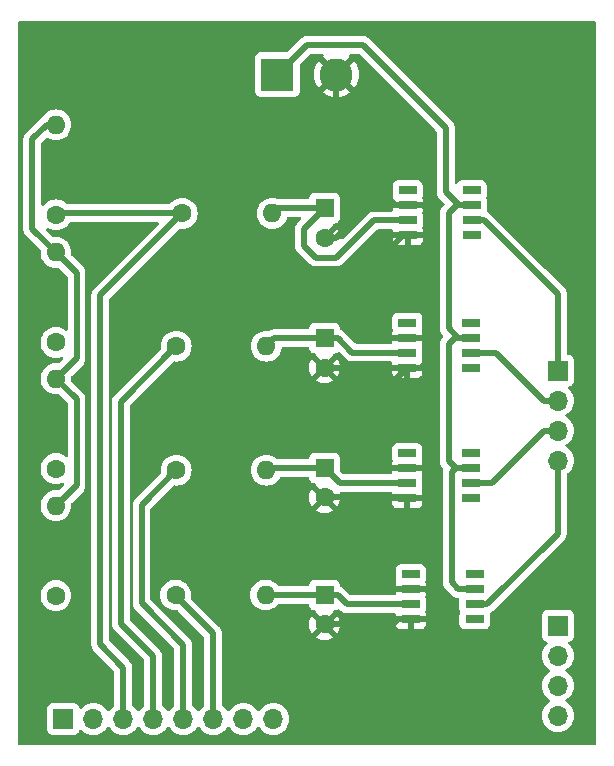
<source format=gbr>
%TF.GenerationSoftware,KiCad,Pcbnew,8.0.6-8.0.6-0~ubuntu22.04.1*%
%TF.CreationDate,2024-11-06T16:41:07-03:00*%
%TF.ProjectId,sensor_filter,73656e73-6f72-45f6-9669-6c7465722e6b,rev?*%
%TF.SameCoordinates,Original*%
%TF.FileFunction,Copper,L1,Top*%
%TF.FilePolarity,Positive*%
%FSLAX46Y46*%
G04 Gerber Fmt 4.6, Leading zero omitted, Abs format (unit mm)*
G04 Created by KiCad (PCBNEW 8.0.6-8.0.6-0~ubuntu22.04.1) date 2024-11-06 16:41:07*
%MOMM*%
%LPD*%
G01*
G04 APERTURE LIST*
%TA.AperFunction,ComponentPad*%
%ADD10R,1.600000X1.600000*%
%TD*%
%TA.AperFunction,ComponentPad*%
%ADD11C,1.600000*%
%TD*%
%TA.AperFunction,ComponentPad*%
%ADD12O,1.600000X1.600000*%
%TD*%
%TA.AperFunction,SMDPad,CuDef*%
%ADD13R,1.550000X0.700000*%
%TD*%
%TA.AperFunction,ComponentPad*%
%ADD14R,1.700000X1.700000*%
%TD*%
%TA.AperFunction,ComponentPad*%
%ADD15O,1.700000X1.700000*%
%TD*%
%TA.AperFunction,ComponentPad*%
%ADD16R,2.800000X2.800000*%
%TD*%
%TA.AperFunction,ComponentPad*%
%ADD17C,2.800000*%
%TD*%
%TA.AperFunction,Conductor*%
%ADD18C,0.500000*%
%TD*%
%TA.AperFunction,Conductor*%
%ADD19C,0.200000*%
%TD*%
G04 APERTURE END LIST*
D10*
%TO.P,C4,1*%
%TO.N,Net-(IC4-VIN+)*%
X151750000Y-85310000D03*
D11*
%TO.P,C4,2*%
%TO.N,GND*%
X151750000Y-87810000D03*
%TD*%
%TO.P,R6,1*%
%TO.N,Line2*%
X139190000Y-64250000D03*
D12*
%TO.P,R6,2*%
%TO.N,Net-(IC2-VIN+)*%
X146810000Y-64250000D03*
%TD*%
D11*
%TO.P,R4,1*%
%TO.N,Line4*%
X129000000Y-85370000D03*
D12*
%TO.P,R4,2*%
%TO.N,+3.3V*%
X129000000Y-77750000D03*
%TD*%
D13*
%TO.P,IC3,1,NC_1*%
%TO.N,unconnected-(IC3-NC_1-Pad1)*%
X158750000Y-73310000D03*
%TO.P,IC3,2,VIN-*%
%TO.N,GND*%
X158750000Y-74580000D03*
%TO.P,IC3,3,VIN+*%
%TO.N,Net-(IC3-VIN+)*%
X158750000Y-75850000D03*
%TO.P,IC3,4,VSS*%
%TO.N,GND*%
X158750000Y-77120000D03*
%TO.P,IC3,5,NC_2*%
%TO.N,unconnected-(IC3-NC_2-Pad5)*%
X164150000Y-77120000D03*
%TO.P,IC3,6,VOUT*%
%TO.N,ADC_Input3*%
X164150000Y-75850000D03*
%TO.P,IC3,7,VDD*%
%TO.N,+3.3V*%
X164150000Y-74580000D03*
%TO.P,IC3,8,NC_3*%
%TO.N,unconnected-(IC3-NC_3-Pad8)*%
X164150000Y-73310000D03*
%TD*%
D11*
%TO.P,R5,1*%
%TO.N,Line1*%
X139690000Y-53000000D03*
D12*
%TO.P,R5,2*%
%TO.N,Net-(IC1-VIN+)*%
X147310000Y-53000000D03*
%TD*%
D13*
%TO.P,IC2,1,NC_1*%
%TO.N,unconnected-(IC2-NC_1-Pad1)*%
X158750000Y-62250000D03*
%TO.P,IC2,2,VIN-*%
%TO.N,GND*%
X158750000Y-63520000D03*
%TO.P,IC2,3,VIN+*%
%TO.N,Net-(IC2-VIN+)*%
X158750000Y-64790000D03*
%TO.P,IC2,4,VSS*%
%TO.N,GND*%
X158750000Y-66060000D03*
%TO.P,IC2,5,NC_2*%
%TO.N,unconnected-(IC2-NC_2-Pad5)*%
X164150000Y-66060000D03*
%TO.P,IC2,6,VOUT*%
%TO.N,ADC_Input2*%
X164150000Y-64790000D03*
%TO.P,IC2,7,VDD*%
%TO.N,+3.3V*%
X164150000Y-63520000D03*
%TO.P,IC2,8,NC_3*%
%TO.N,unconnected-(IC2-NC_3-Pad8)*%
X164150000Y-62250000D03*
%TD*%
%TO.P,IC1,1,NC_1*%
%TO.N,unconnected-(IC1-NC_1-Pad1)*%
X158790000Y-51060000D03*
%TO.P,IC1,2,VIN-*%
%TO.N,GND*%
X158790000Y-52330000D03*
%TO.P,IC1,3,VIN+*%
%TO.N,Net-(IC1-VIN+)*%
X158790000Y-53600000D03*
%TO.P,IC1,4,VSS*%
%TO.N,GND*%
X158790000Y-54870000D03*
%TO.P,IC1,5,NC_2*%
%TO.N,unconnected-(IC1-NC_2-Pad5)*%
X164190000Y-54870000D03*
%TO.P,IC1,6,VOUT*%
%TO.N,ADC_Input1*%
X164190000Y-53600000D03*
%TO.P,IC1,7,VDD*%
%TO.N,+3.3V*%
X164190000Y-52330000D03*
%TO.P,IC1,8,NC_3*%
%TO.N,unconnected-(IC1-NC_3-Pad8)*%
X164190000Y-51060000D03*
%TD*%
D11*
%TO.P,R8,1*%
%TO.N,Line4*%
X139130000Y-85310000D03*
D12*
%TO.P,R8,2*%
%TO.N,Net-(IC4-VIN+)*%
X146750000Y-85310000D03*
%TD*%
D14*
%TO.P,J4,1,Pin_1*%
%TO.N,GPIO_Output1*%
X171500000Y-87920000D03*
D15*
%TO.P,J4,2,Pin_2*%
%TO.N,GPIO_Output2*%
X171500000Y-90460000D03*
%TO.P,J4,3,Pin_3*%
%TO.N,GPIO_Output3*%
X171500000Y-93000000D03*
%TO.P,J4,4,Pin_4*%
%TO.N,GPIO_Output4*%
X171500000Y-95540000D03*
%TD*%
D10*
%TO.P,C1,1*%
%TO.N,Net-(IC1-VIN+)*%
X151750000Y-52560000D03*
D11*
%TO.P,C1,2*%
%TO.N,GND*%
X151750000Y-55060000D03*
%TD*%
%TO.P,R3,1*%
%TO.N,Line3*%
X129000000Y-74620000D03*
D12*
%TO.P,R3,2*%
%TO.N,+3.3V*%
X129000000Y-67000000D03*
%TD*%
D13*
%TO.P,IC4,1,NC_1*%
%TO.N,unconnected-(IC4-NC_1-Pad1)*%
X159040000Y-83560000D03*
%TO.P,IC4,2,VIN-*%
%TO.N,GND*%
X159040000Y-84830000D03*
%TO.P,IC4,3,VIN+*%
%TO.N,Net-(IC4-VIN+)*%
X159040000Y-86100000D03*
%TO.P,IC4,4,VSS*%
%TO.N,GND*%
X159040000Y-87370000D03*
%TO.P,IC4,5,NC_2*%
%TO.N,unconnected-(IC4-NC_2-Pad5)*%
X164440000Y-87370000D03*
%TO.P,IC4,6,VOUT*%
%TO.N,ADC_Input4*%
X164440000Y-86100000D03*
%TO.P,IC4,7,VDD*%
%TO.N,+3.3V*%
X164440000Y-84830000D03*
%TO.P,IC4,8,NC_3*%
%TO.N,unconnected-(IC4-NC_3-Pad8)*%
X164440000Y-83560000D03*
%TD*%
D10*
%TO.P,C3,1*%
%TO.N,Net-(IC3-VIN+)*%
X151750000Y-74560000D03*
D11*
%TO.P,C3,2*%
%TO.N,GND*%
X151750000Y-77060000D03*
%TD*%
D14*
%TO.P,J3,1,Pin_1*%
%TO.N,ADC_Input1*%
X171500000Y-66310000D03*
D15*
%TO.P,J3,2,Pin_2*%
%TO.N,ADC_Input2*%
X171500000Y-68850000D03*
%TO.P,J3,3,Pin_3*%
%TO.N,ADC_Input3*%
X171500000Y-71390000D03*
%TO.P,J3,4,Pin_4*%
%TO.N,ADC_Input4*%
X171500000Y-73930000D03*
%TD*%
D11*
%TO.P,R2,1*%
%TO.N,Line2*%
X129000000Y-63930000D03*
D12*
%TO.P,R2,2*%
%TO.N,+3.3V*%
X129000000Y-56310000D03*
%TD*%
D10*
%TO.P,C2,1*%
%TO.N,Net-(IC2-VIN+)*%
X151750000Y-63560000D03*
D11*
%TO.P,C2,2*%
%TO.N,GND*%
X151750000Y-66060000D03*
%TD*%
D16*
%TO.P,J2,1,Pin_1*%
%TO.N,+3.3V*%
X147750000Y-41250000D03*
D17*
%TO.P,J2,2,Pin_2*%
%TO.N,GND*%
X152750000Y-41250000D03*
%TD*%
D11*
%TO.P,R1,1*%
%TO.N,Line1*%
X129000000Y-53120000D03*
D12*
%TO.P,R1,2*%
%TO.N,+3.3V*%
X129000000Y-45500000D03*
%TD*%
D14*
%TO.P,J1,1,Pin_1*%
%TO.N,GPIO_Output1*%
X129625000Y-95810000D03*
D15*
%TO.P,J1,2,Pin_2*%
%TO.N,GPIO_Output2*%
X132165000Y-95810000D03*
%TO.P,J1,3,Pin_3*%
%TO.N,Line1*%
X134705000Y-95810000D03*
%TO.P,J1,4,Pin_4*%
%TO.N,Line2*%
X137245000Y-95810000D03*
%TO.P,J1,5,Pin_5*%
%TO.N,Line3*%
X139785000Y-95810000D03*
%TO.P,J1,6,Pin_6*%
%TO.N,Line4*%
X142325000Y-95810000D03*
%TO.P,J1,7,Pin_7*%
%TO.N,GPIO_Output3*%
X144865000Y-95810000D03*
%TO.P,J1,8,Pin_8*%
%TO.N,GPIO_Output4*%
X147405000Y-95810000D03*
%TD*%
D11*
%TO.P,R7,1*%
%TO.N,Line3*%
X139190000Y-74750000D03*
D12*
%TO.P,R7,2*%
%TO.N,Net-(IC3-VIN+)*%
X146810000Y-74750000D03*
%TD*%
D18*
%TO.N,GND*%
X157270000Y-63520000D02*
X158750000Y-63520000D01*
X158690000Y-77060000D02*
X158750000Y-77120000D01*
D19*
X159040000Y-84830000D02*
X160015900Y-84830000D01*
D18*
X157170300Y-51787000D02*
X157713300Y-52330000D01*
D19*
X160500000Y-75250000D02*
X160500000Y-76500000D01*
D18*
X156500000Y-56750000D02*
X156500000Y-62750000D01*
X157673300Y-66060000D02*
X151750000Y-66060000D01*
D19*
X158750000Y-66060000D02*
X157673300Y-66060000D01*
X158750000Y-74580000D02*
X159830000Y-74580000D01*
X160500000Y-76500000D02*
X159880000Y-77120000D01*
D18*
X155023000Y-52727000D02*
X152690000Y-55060000D01*
X152690000Y-55060000D02*
X151750000Y-55060000D01*
D19*
X160500000Y-54250000D02*
X159880000Y-54870000D01*
X158750000Y-63520000D02*
X159770000Y-63520000D01*
D18*
X155023000Y-51787000D02*
X157170300Y-51787000D01*
D19*
X160380000Y-87370000D02*
X161000000Y-86750000D01*
X159830000Y-52330000D02*
X160500000Y-53000000D01*
X161000000Y-86750000D02*
X161000000Y-85714800D01*
X160500000Y-53000000D02*
X160500000Y-54250000D01*
D18*
X156500000Y-62750000D02*
X157270000Y-63520000D01*
D19*
X158790000Y-52330000D02*
X159830000Y-52330000D01*
X159690000Y-66060000D02*
X158750000Y-66060000D01*
D18*
X152750000Y-41250000D02*
X152750000Y-49514000D01*
X157330000Y-74580000D02*
X158750000Y-74580000D01*
X155023000Y-51787000D02*
X155023000Y-52727000D01*
D19*
X160250000Y-65500000D02*
X159690000Y-66060000D01*
X161000000Y-85714800D02*
X160115200Y-84830000D01*
X160250000Y-64000000D02*
X160250000Y-65500000D01*
D18*
X152750000Y-49514000D02*
X155023000Y-51787000D01*
D19*
X159830000Y-74580000D02*
X160500000Y-75250000D01*
D18*
X157523300Y-87810000D02*
X157963300Y-87370000D01*
D19*
X158790000Y-54870000D02*
X158380000Y-54870000D01*
X159770000Y-63520000D02*
X160250000Y-64000000D01*
D18*
X158380000Y-54870000D02*
X156500000Y-56750000D01*
X156750000Y-74000000D02*
X157330000Y-74580000D01*
D19*
X159880000Y-77120000D02*
X158750000Y-77120000D01*
X159880000Y-54870000D02*
X158790000Y-54870000D01*
D18*
X158790000Y-52330000D02*
X157713300Y-52330000D01*
X159040000Y-87370000D02*
X157963300Y-87370000D01*
X158750000Y-66060000D02*
X156750000Y-68060000D01*
X151750000Y-77060000D02*
X158690000Y-77060000D01*
X151750000Y-87810000D02*
X157523300Y-87810000D01*
D19*
X160015900Y-84830000D02*
X160115200Y-84830000D01*
X159040000Y-87370000D02*
X160380000Y-87370000D01*
D18*
X156750000Y-68060000D02*
X156750000Y-74000000D01*
%TO.N,Net-(IC1-VIN+)*%
X151750000Y-52560000D02*
X147750000Y-52560000D01*
X152741500Y-56750000D02*
X151000000Y-56750000D01*
X147750000Y-52560000D02*
X147310000Y-53000000D01*
X150000000Y-54310000D02*
X151750000Y-52560000D01*
X150000000Y-55750000D02*
X150000000Y-54310000D01*
X155891500Y-53600000D02*
X152741500Y-56750000D01*
X151000000Y-56750000D02*
X150000000Y-55750000D01*
X158790000Y-53600000D02*
X155891500Y-53600000D01*
%TO.N,Net-(IC2-VIN+)*%
X154081700Y-64790000D02*
X152851700Y-63560000D01*
X147500000Y-63560000D02*
X151750000Y-63560000D01*
X158750000Y-64790000D02*
X154081700Y-64790000D01*
X151750000Y-63560000D02*
X152851700Y-63560000D01*
X151500000Y-63810000D02*
X151750000Y-63560000D01*
X146810000Y-64250000D02*
X147500000Y-63560000D01*
D19*
%TO.N,Net-(IC3-VIN+)*%
X147000000Y-74560000D02*
X146810000Y-74750000D01*
D18*
X153040000Y-75850000D02*
X151750000Y-74560000D01*
X151750000Y-74560000D02*
X147000000Y-74560000D01*
X158750000Y-75850000D02*
X153040000Y-75850000D01*
%TO.N,Net-(IC4-VIN+)*%
X151750000Y-85310000D02*
X152851700Y-85310000D01*
X153641700Y-86100000D02*
X152851700Y-85310000D01*
X159040000Y-86100000D02*
X153641700Y-86100000D01*
X146750000Y-85310000D02*
X151750000Y-85310000D01*
%TO.N,+3.3V*%
X130750000Y-68750000D02*
X130750000Y-76000000D01*
X162830000Y-74580000D02*
X162250000Y-74000000D01*
X164150000Y-74580000D02*
X162830000Y-74580000D01*
X129000000Y-45500000D02*
X128250000Y-45500000D01*
X163080000Y-84830000D02*
X162500000Y-84250000D01*
X150250000Y-38750000D02*
X155000000Y-38750000D01*
X164150000Y-63520000D02*
X163020000Y-63520000D01*
X130750000Y-76000000D02*
X129000000Y-77750000D01*
X162500000Y-84250000D02*
X162500000Y-74910000D01*
X163113300Y-52330000D02*
X164190000Y-52330000D01*
X129000000Y-67000000D02*
X130750000Y-68750000D01*
X162250000Y-62750000D02*
X162250000Y-53000000D01*
X162250000Y-53000000D02*
X162920000Y-52330000D01*
X162000000Y-45750000D02*
X162000000Y-51216700D01*
X155000000Y-38750000D02*
X162000000Y-45750000D01*
X130750000Y-65250000D02*
X129000000Y-67000000D01*
X127000000Y-54310000D02*
X129000000Y-56310000D01*
X164440000Y-84830000D02*
X163080000Y-84830000D01*
X127000000Y-46750000D02*
X127000000Y-54310000D01*
X164150000Y-74580000D02*
X163670000Y-74580000D01*
X162500000Y-74910000D02*
X162830000Y-74580000D01*
X130750000Y-58060000D02*
X130750000Y-65250000D01*
X147750000Y-41250000D02*
X150250000Y-38750000D01*
X163020000Y-63520000D02*
X162250000Y-62750000D01*
X129000000Y-56310000D02*
X130750000Y-58060000D01*
X128250000Y-45500000D02*
X127000000Y-46750000D01*
X162000000Y-51216700D02*
X163113300Y-52330000D01*
X162920000Y-52330000D02*
X163765000Y-52330000D01*
D19*
X164190000Y-52330000D02*
X163765000Y-52330000D01*
D18*
X162250000Y-74000000D02*
X162250000Y-64065000D01*
X162250000Y-64065000D02*
X162795000Y-63520000D01*
X162795000Y-63520000D02*
X164150000Y-63520000D01*
%TO.N,ADC_Input1*%
X171500000Y-66310000D02*
X171500000Y-59833300D01*
X164190000Y-53600000D02*
X165266700Y-53600000D01*
X171500000Y-59833300D02*
X165266700Y-53600000D01*
%TO.N,ADC_Input2*%
X171500000Y-68850000D02*
X170348300Y-68850000D01*
X170348300Y-68850000D02*
X166288300Y-64790000D01*
X166288300Y-64790000D02*
X164150000Y-64790000D01*
%TO.N,ADC_Input3*%
X165888300Y-75850000D02*
X164150000Y-75850000D01*
X170348300Y-71390000D02*
X165888300Y-75850000D01*
X171500000Y-71390000D02*
X170348300Y-71390000D01*
%TO.N,ADC_Input4*%
X171500000Y-73930000D02*
X171500000Y-80116700D01*
X164440000Y-86100000D02*
X165516700Y-86100000D01*
X171500000Y-80116700D02*
X165516700Y-86100000D01*
%TO.N,Line2*%
X134500000Y-87750000D02*
X137245000Y-90495000D01*
X134500000Y-68940000D02*
X134500000Y-87750000D01*
X139190000Y-64250000D02*
X134500000Y-68940000D01*
X137245000Y-90495000D02*
X137245000Y-95810000D01*
%TO.N,Line3*%
X139785000Y-89535000D02*
X136250000Y-86000000D01*
X139785000Y-95810000D02*
X139785000Y-89535000D01*
X136250000Y-86000000D02*
X136250000Y-77690000D01*
X136250000Y-77690000D02*
X139190000Y-74750000D01*
%TO.N,Line4*%
X142325000Y-95810000D02*
X142325000Y-88575000D01*
X139130000Y-85380000D02*
X139130000Y-85310000D01*
X142325000Y-88575000D02*
X139130000Y-85380000D01*
%TO.N,Line1*%
X139690000Y-53000000D02*
X132750000Y-59940000D01*
X132750000Y-59940000D02*
X132750000Y-89500000D01*
X139690000Y-53000000D02*
X129120000Y-53000000D01*
X129120000Y-53000000D02*
X129000000Y-53120000D01*
X134705000Y-91455000D02*
X134705000Y-95810000D01*
X132750000Y-89500000D02*
X134705000Y-91455000D01*
%TD*%
%TA.AperFunction,Conductor*%
%TO.N,GND*%
G36*
X174692539Y-36770185D02*
G01*
X174738294Y-36822989D01*
X174749500Y-36874500D01*
X174749500Y-97875500D01*
X174729815Y-97942539D01*
X174677011Y-97988294D01*
X174625500Y-97999500D01*
X125874500Y-97999500D01*
X125807461Y-97979815D01*
X125761706Y-97927011D01*
X125750500Y-97875500D01*
X125750500Y-85369998D01*
X127694532Y-85369998D01*
X127694532Y-85370001D01*
X127714364Y-85596686D01*
X127714366Y-85596697D01*
X127773258Y-85816488D01*
X127773261Y-85816497D01*
X127869431Y-86022732D01*
X127869432Y-86022734D01*
X127999954Y-86209141D01*
X128160858Y-86370045D01*
X128160861Y-86370047D01*
X128347266Y-86500568D01*
X128553504Y-86596739D01*
X128553509Y-86596740D01*
X128553511Y-86596741D01*
X128580942Y-86604091D01*
X128773308Y-86655635D01*
X128935230Y-86669801D01*
X128999998Y-86675468D01*
X129000000Y-86675468D01*
X129000002Y-86675468D01*
X129056673Y-86670509D01*
X129226692Y-86655635D01*
X129446496Y-86596739D01*
X129652734Y-86500568D01*
X129839139Y-86370047D01*
X130000047Y-86209139D01*
X130130568Y-86022734D01*
X130226739Y-85816496D01*
X130285635Y-85596692D01*
X130305468Y-85370000D01*
X130303674Y-85349500D01*
X130294926Y-85249501D01*
X130285635Y-85143308D01*
X130226739Y-84923504D01*
X130130568Y-84717266D01*
X130000047Y-84530861D01*
X130000045Y-84530858D01*
X129839141Y-84369954D01*
X129652734Y-84239432D01*
X129652732Y-84239431D01*
X129446497Y-84143261D01*
X129446488Y-84143258D01*
X129226697Y-84084366D01*
X129226693Y-84084365D01*
X129226692Y-84084365D01*
X129226691Y-84084364D01*
X129226686Y-84084364D01*
X129000002Y-84064532D01*
X128999998Y-84064532D01*
X128773313Y-84084364D01*
X128773302Y-84084366D01*
X128553511Y-84143258D01*
X128553502Y-84143261D01*
X128347267Y-84239431D01*
X128347265Y-84239432D01*
X128160858Y-84369954D01*
X127999954Y-84530858D01*
X127869432Y-84717265D01*
X127869431Y-84717267D01*
X127773261Y-84923502D01*
X127773258Y-84923511D01*
X127714366Y-85143302D01*
X127714364Y-85143313D01*
X127694532Y-85369998D01*
X125750500Y-85369998D01*
X125750500Y-54383920D01*
X126249499Y-54383920D01*
X126278340Y-54528907D01*
X126278343Y-54528917D01*
X126334914Y-54665492D01*
X126367812Y-54714727D01*
X126367813Y-54714730D01*
X126417046Y-54788414D01*
X126417052Y-54788421D01*
X127673282Y-56044650D01*
X127706767Y-56105973D01*
X127709129Y-56143137D01*
X127694532Y-56309996D01*
X127694532Y-56310001D01*
X127714364Y-56536686D01*
X127714366Y-56536697D01*
X127773258Y-56756488D01*
X127773261Y-56756497D01*
X127869431Y-56962732D01*
X127869432Y-56962734D01*
X127999954Y-57149141D01*
X128160858Y-57310045D01*
X128160861Y-57310047D01*
X128347266Y-57440568D01*
X128553504Y-57536739D01*
X128773308Y-57595635D01*
X128935230Y-57609801D01*
X128999998Y-57615468D01*
X129000000Y-57615468D01*
X129000001Y-57615468D01*
X129020062Y-57613712D01*
X129166861Y-57600869D01*
X129235359Y-57614635D01*
X129265348Y-57636716D01*
X129963181Y-58334549D01*
X129996666Y-58395872D01*
X129999500Y-58422230D01*
X129999500Y-62804037D01*
X129979815Y-62871076D01*
X129927011Y-62916831D01*
X129857853Y-62926775D01*
X129804377Y-62905612D01*
X129652734Y-62799432D01*
X129652732Y-62799431D01*
X129446497Y-62703261D01*
X129446488Y-62703258D01*
X129226697Y-62644366D01*
X129226693Y-62644365D01*
X129226692Y-62644365D01*
X129226691Y-62644364D01*
X129226686Y-62644364D01*
X129000002Y-62624532D01*
X128999998Y-62624532D01*
X128773313Y-62644364D01*
X128773302Y-62644366D01*
X128553511Y-62703258D01*
X128553502Y-62703261D01*
X128347267Y-62799431D01*
X128347265Y-62799432D01*
X128160858Y-62929954D01*
X127999954Y-63090858D01*
X127869432Y-63277265D01*
X127869431Y-63277267D01*
X127773261Y-63483502D01*
X127773258Y-63483511D01*
X127714366Y-63703302D01*
X127714364Y-63703313D01*
X127694532Y-63929998D01*
X127694532Y-63930001D01*
X127714364Y-64156686D01*
X127714366Y-64156697D01*
X127773258Y-64376488D01*
X127773261Y-64376497D01*
X127869431Y-64582732D01*
X127869432Y-64582734D01*
X127999954Y-64769141D01*
X128160858Y-64930045D01*
X128160861Y-64930047D01*
X128347266Y-65060568D01*
X128553504Y-65156739D01*
X128773308Y-65215635D01*
X128935230Y-65229801D01*
X128999998Y-65235468D01*
X129000000Y-65235468D01*
X129000002Y-65235468D01*
X129056673Y-65230509D01*
X129226692Y-65215635D01*
X129446496Y-65156739D01*
X129446503Y-65156735D01*
X129448218Y-65156112D01*
X129449030Y-65156060D01*
X129451726Y-65155338D01*
X129451871Y-65155879D01*
X129517946Y-65151674D01*
X129579005Y-65185639D01*
X129612008Y-65247223D01*
X129606477Y-65316873D01*
X129578320Y-65360311D01*
X129265348Y-65673282D01*
X129204025Y-65706767D01*
X129166861Y-65709129D01*
X129000003Y-65694532D01*
X128999998Y-65694532D01*
X128773313Y-65714364D01*
X128773302Y-65714366D01*
X128553511Y-65773258D01*
X128553502Y-65773261D01*
X128347267Y-65869431D01*
X128347265Y-65869432D01*
X128160858Y-65999954D01*
X127999954Y-66160858D01*
X127869432Y-66347265D01*
X127869431Y-66347267D01*
X127773261Y-66553502D01*
X127773258Y-66553511D01*
X127714366Y-66773302D01*
X127714364Y-66773313D01*
X127694532Y-66999998D01*
X127694532Y-67000001D01*
X127714364Y-67226686D01*
X127714366Y-67226697D01*
X127773258Y-67446488D01*
X127773261Y-67446497D01*
X127869431Y-67652732D01*
X127869432Y-67652734D01*
X127999954Y-67839141D01*
X128160858Y-68000045D01*
X128160861Y-68000047D01*
X128347266Y-68130568D01*
X128553504Y-68226739D01*
X128773308Y-68285635D01*
X128935230Y-68299801D01*
X128999998Y-68305468D01*
X129000000Y-68305468D01*
X129000001Y-68305468D01*
X129020062Y-68303712D01*
X129166861Y-68290869D01*
X129235359Y-68304635D01*
X129265348Y-68326716D01*
X129963181Y-69024549D01*
X129996666Y-69085872D01*
X129999500Y-69112230D01*
X129999500Y-73494037D01*
X129979815Y-73561076D01*
X129927011Y-73606831D01*
X129857853Y-73616775D01*
X129804377Y-73595612D01*
X129652734Y-73489432D01*
X129652732Y-73489431D01*
X129446497Y-73393261D01*
X129446488Y-73393258D01*
X129226697Y-73334366D01*
X129226693Y-73334365D01*
X129226692Y-73334365D01*
X129226691Y-73334364D01*
X129226686Y-73334364D01*
X129000002Y-73314532D01*
X128999998Y-73314532D01*
X128773313Y-73334364D01*
X128773302Y-73334366D01*
X128553511Y-73393258D01*
X128553502Y-73393261D01*
X128347267Y-73489431D01*
X128347265Y-73489432D01*
X128160858Y-73619954D01*
X127999954Y-73780858D01*
X127869432Y-73967265D01*
X127869431Y-73967267D01*
X127773261Y-74173502D01*
X127773258Y-74173511D01*
X127714366Y-74393302D01*
X127714364Y-74393313D01*
X127694532Y-74619998D01*
X127694532Y-74620001D01*
X127714364Y-74846686D01*
X127714366Y-74846697D01*
X127773258Y-75066488D01*
X127773261Y-75066497D01*
X127869431Y-75272732D01*
X127869432Y-75272734D01*
X127999954Y-75459141D01*
X128160858Y-75620045D01*
X128160861Y-75620047D01*
X128347266Y-75750568D01*
X128553504Y-75846739D01*
X128553509Y-75846740D01*
X128553511Y-75846741D01*
X128580942Y-75854091D01*
X128773308Y-75905635D01*
X128935230Y-75919801D01*
X128999998Y-75925468D01*
X129000000Y-75925468D01*
X129000002Y-75925468D01*
X129056673Y-75920509D01*
X129226692Y-75905635D01*
X129446496Y-75846739D01*
X129550021Y-75798464D01*
X129619092Y-75787973D01*
X129682877Y-75816492D01*
X129721117Y-75874968D01*
X129721672Y-75944835D01*
X129690102Y-75998528D01*
X129265348Y-76423282D01*
X129204025Y-76456767D01*
X129166861Y-76459129D01*
X129000003Y-76444532D01*
X128999998Y-76444532D01*
X128773313Y-76464364D01*
X128773302Y-76464366D01*
X128553511Y-76523258D01*
X128553502Y-76523261D01*
X128347267Y-76619431D01*
X128347265Y-76619432D01*
X128160858Y-76749954D01*
X127999954Y-76910858D01*
X127869432Y-77097265D01*
X127869431Y-77097267D01*
X127773261Y-77303502D01*
X127773258Y-77303511D01*
X127714366Y-77523302D01*
X127714364Y-77523313D01*
X127694532Y-77749998D01*
X127694532Y-77750001D01*
X127714364Y-77976686D01*
X127714366Y-77976697D01*
X127773258Y-78196488D01*
X127773261Y-78196497D01*
X127869431Y-78402732D01*
X127869432Y-78402734D01*
X127999954Y-78589141D01*
X128160858Y-78750045D01*
X128160861Y-78750047D01*
X128347266Y-78880568D01*
X128553504Y-78976739D01*
X128773308Y-79035635D01*
X128935230Y-79049801D01*
X128999998Y-79055468D01*
X129000000Y-79055468D01*
X129000002Y-79055468D01*
X129056673Y-79050509D01*
X129226692Y-79035635D01*
X129446496Y-78976739D01*
X129652734Y-78880568D01*
X129839139Y-78750047D01*
X130000047Y-78589139D01*
X130130568Y-78402734D01*
X130226739Y-78196496D01*
X130285635Y-77976692D01*
X130305468Y-77750000D01*
X130290869Y-77583137D01*
X130304635Y-77514639D01*
X130326713Y-77484653D01*
X131332952Y-76478416D01*
X131382186Y-76404729D01*
X131415084Y-76355495D01*
X131450704Y-76269500D01*
X131471659Y-76218912D01*
X131500500Y-76073917D01*
X131500500Y-75926082D01*
X131500500Y-68676082D01*
X131500500Y-68676079D01*
X131482284Y-68584506D01*
X131482284Y-68584502D01*
X131471660Y-68531093D01*
X131471659Y-68531092D01*
X131471659Y-68531088D01*
X131417408Y-68400117D01*
X131415765Y-68395525D01*
X131415084Y-68394505D01*
X131342340Y-68285635D01*
X131332952Y-68271584D01*
X130326716Y-67265348D01*
X130293231Y-67204025D01*
X130290869Y-67166863D01*
X130305468Y-67000000D01*
X130290869Y-66833137D01*
X130304635Y-66764639D01*
X130326713Y-66734653D01*
X131332952Y-65728416D01*
X131391695Y-65640500D01*
X131395978Y-65634090D01*
X131400753Y-65626942D01*
X131415084Y-65605495D01*
X131453952Y-65511659D01*
X131471659Y-65468912D01*
X131500500Y-65323917D01*
X131500500Y-65176082D01*
X131500500Y-57986082D01*
X131494763Y-57957241D01*
X131471659Y-57841088D01*
X131417408Y-57710117D01*
X131415765Y-57705525D01*
X131415084Y-57704505D01*
X131342340Y-57595635D01*
X131332952Y-57581584D01*
X130326716Y-56575348D01*
X130293231Y-56514025D01*
X130290869Y-56476863D01*
X130305468Y-56310000D01*
X130285635Y-56083308D01*
X130226739Y-55863504D01*
X130130568Y-55657266D01*
X130000047Y-55470861D01*
X130000045Y-55470858D01*
X129839141Y-55309954D01*
X129652734Y-55179432D01*
X129652732Y-55179431D01*
X129446497Y-55083261D01*
X129446488Y-55083258D01*
X129226697Y-55024366D01*
X129226693Y-55024365D01*
X129226692Y-55024365D01*
X129226691Y-55024364D01*
X129226686Y-55024364D01*
X129000002Y-55004532D01*
X128999997Y-55004532D01*
X128833137Y-55019129D01*
X128764637Y-55005362D01*
X128734650Y-54983282D01*
X128196209Y-54444841D01*
X128162724Y-54383518D01*
X128167708Y-54313826D01*
X128209580Y-54257893D01*
X128275044Y-54233476D01*
X128343317Y-54248328D01*
X128345895Y-54249776D01*
X128347266Y-54250568D01*
X128553504Y-54346739D01*
X128773308Y-54405635D01*
X128935230Y-54419801D01*
X128999998Y-54425468D01*
X129000000Y-54425468D01*
X129000002Y-54425468D01*
X129056673Y-54420509D01*
X129226692Y-54405635D01*
X129446496Y-54346739D01*
X129652734Y-54250568D01*
X129839139Y-54120047D01*
X130000047Y-53959139D01*
X130109112Y-53803375D01*
X130163687Y-53759752D01*
X130210686Y-53750500D01*
X137578771Y-53750500D01*
X137645810Y-53770185D01*
X137691565Y-53822989D01*
X137701509Y-53892147D01*
X137672484Y-53955703D01*
X137666452Y-53962181D01*
X132167049Y-59461582D01*
X132156210Y-59477805D01*
X132084913Y-59584508D01*
X132028343Y-59721082D01*
X132028340Y-59721092D01*
X131999500Y-59866079D01*
X131999500Y-59866082D01*
X131999500Y-89573918D01*
X131999500Y-89573920D01*
X131999499Y-89573920D01*
X132028340Y-89718907D01*
X132028343Y-89718917D01*
X132084913Y-89855490D01*
X132108303Y-89890496D01*
X132167043Y-89978410D01*
X132167047Y-89978415D01*
X132167048Y-89978416D01*
X133060682Y-90872050D01*
X133918181Y-91729548D01*
X133951666Y-91790871D01*
X133954500Y-91817229D01*
X133954500Y-94622298D01*
X133934815Y-94689337D01*
X133901625Y-94723872D01*
X133833595Y-94771507D01*
X133666505Y-94938597D01*
X133536575Y-95124158D01*
X133481998Y-95167783D01*
X133412500Y-95174977D01*
X133350145Y-95143454D01*
X133333425Y-95124158D01*
X133203494Y-94938597D01*
X133036402Y-94771506D01*
X133036395Y-94771501D01*
X132842834Y-94635967D01*
X132842830Y-94635965D01*
X132813521Y-94622298D01*
X132628663Y-94536097D01*
X132628659Y-94536096D01*
X132628655Y-94536094D01*
X132400413Y-94474938D01*
X132400403Y-94474936D01*
X132165001Y-94454341D01*
X132164999Y-94454341D01*
X131929596Y-94474936D01*
X131929586Y-94474938D01*
X131701344Y-94536094D01*
X131701335Y-94536098D01*
X131487171Y-94635964D01*
X131487169Y-94635965D01*
X131293600Y-94771503D01*
X131171673Y-94893430D01*
X131110350Y-94926914D01*
X131040658Y-94921930D01*
X130984725Y-94880058D01*
X130967810Y-94849081D01*
X130918797Y-94717671D01*
X130918793Y-94717664D01*
X130832547Y-94602455D01*
X130832544Y-94602452D01*
X130717335Y-94516206D01*
X130717328Y-94516202D01*
X130582482Y-94465908D01*
X130582483Y-94465908D01*
X130522883Y-94459501D01*
X130522881Y-94459500D01*
X130522873Y-94459500D01*
X130522864Y-94459500D01*
X128727129Y-94459500D01*
X128727123Y-94459501D01*
X128667516Y-94465908D01*
X128532671Y-94516202D01*
X128532664Y-94516206D01*
X128417455Y-94602452D01*
X128417452Y-94602455D01*
X128331206Y-94717664D01*
X128331202Y-94717671D01*
X128280908Y-94852517D01*
X128274501Y-94912116D01*
X128274500Y-94912135D01*
X128274500Y-96707870D01*
X128274501Y-96707876D01*
X128280908Y-96767483D01*
X128331202Y-96902328D01*
X128331206Y-96902335D01*
X128417452Y-97017544D01*
X128417455Y-97017547D01*
X128532664Y-97103793D01*
X128532671Y-97103797D01*
X128667517Y-97154091D01*
X128667516Y-97154091D01*
X128674444Y-97154835D01*
X128727127Y-97160500D01*
X130522872Y-97160499D01*
X130582483Y-97154091D01*
X130717331Y-97103796D01*
X130832546Y-97017546D01*
X130918796Y-96902331D01*
X130967810Y-96770916D01*
X131009681Y-96714984D01*
X131075145Y-96690566D01*
X131143418Y-96705417D01*
X131171673Y-96726569D01*
X131293599Y-96848495D01*
X131390384Y-96916265D01*
X131487165Y-96984032D01*
X131487167Y-96984033D01*
X131487170Y-96984035D01*
X131701337Y-97083903D01*
X131929592Y-97145063D01*
X132106034Y-97160500D01*
X132164999Y-97165659D01*
X132165000Y-97165659D01*
X132165001Y-97165659D01*
X132223966Y-97160500D01*
X132400408Y-97145063D01*
X132628663Y-97083903D01*
X132842830Y-96984035D01*
X133036401Y-96848495D01*
X133203495Y-96681401D01*
X133333425Y-96495842D01*
X133388002Y-96452217D01*
X133457500Y-96445023D01*
X133519855Y-96476546D01*
X133536575Y-96495842D01*
X133666500Y-96681395D01*
X133666505Y-96681401D01*
X133833599Y-96848495D01*
X133930384Y-96916265D01*
X134027165Y-96984032D01*
X134027167Y-96984033D01*
X134027170Y-96984035D01*
X134241337Y-97083903D01*
X134469592Y-97145063D01*
X134646034Y-97160500D01*
X134704999Y-97165659D01*
X134705000Y-97165659D01*
X134705001Y-97165659D01*
X134763966Y-97160500D01*
X134940408Y-97145063D01*
X135168663Y-97083903D01*
X135382830Y-96984035D01*
X135576401Y-96848495D01*
X135743495Y-96681401D01*
X135873425Y-96495842D01*
X135928002Y-96452217D01*
X135997500Y-96445023D01*
X136059855Y-96476546D01*
X136076575Y-96495842D01*
X136206500Y-96681395D01*
X136206505Y-96681401D01*
X136373599Y-96848495D01*
X136470384Y-96916265D01*
X136567165Y-96984032D01*
X136567167Y-96984033D01*
X136567170Y-96984035D01*
X136781337Y-97083903D01*
X137009592Y-97145063D01*
X137186034Y-97160500D01*
X137244999Y-97165659D01*
X137245000Y-97165659D01*
X137245001Y-97165659D01*
X137303966Y-97160500D01*
X137480408Y-97145063D01*
X137708663Y-97083903D01*
X137922830Y-96984035D01*
X138116401Y-96848495D01*
X138283495Y-96681401D01*
X138413425Y-96495842D01*
X138468002Y-96452217D01*
X138537500Y-96445023D01*
X138599855Y-96476546D01*
X138616575Y-96495842D01*
X138746500Y-96681395D01*
X138746505Y-96681401D01*
X138913599Y-96848495D01*
X139010384Y-96916265D01*
X139107165Y-96984032D01*
X139107167Y-96984033D01*
X139107170Y-96984035D01*
X139321337Y-97083903D01*
X139549592Y-97145063D01*
X139726034Y-97160500D01*
X139784999Y-97165659D01*
X139785000Y-97165659D01*
X139785001Y-97165659D01*
X139843966Y-97160500D01*
X140020408Y-97145063D01*
X140248663Y-97083903D01*
X140462830Y-96984035D01*
X140656401Y-96848495D01*
X140823495Y-96681401D01*
X140953425Y-96495842D01*
X141008002Y-96452217D01*
X141077500Y-96445023D01*
X141139855Y-96476546D01*
X141156575Y-96495842D01*
X141286500Y-96681395D01*
X141286505Y-96681401D01*
X141453599Y-96848495D01*
X141550384Y-96916265D01*
X141647165Y-96984032D01*
X141647167Y-96984033D01*
X141647170Y-96984035D01*
X141861337Y-97083903D01*
X142089592Y-97145063D01*
X142266034Y-97160500D01*
X142324999Y-97165659D01*
X142325000Y-97165659D01*
X142325001Y-97165659D01*
X142383966Y-97160500D01*
X142560408Y-97145063D01*
X142788663Y-97083903D01*
X143002830Y-96984035D01*
X143196401Y-96848495D01*
X143363495Y-96681401D01*
X143493425Y-96495842D01*
X143548002Y-96452217D01*
X143617500Y-96445023D01*
X143679855Y-96476546D01*
X143696575Y-96495842D01*
X143826500Y-96681395D01*
X143826505Y-96681401D01*
X143993599Y-96848495D01*
X144090384Y-96916265D01*
X144187165Y-96984032D01*
X144187167Y-96984033D01*
X144187170Y-96984035D01*
X144401337Y-97083903D01*
X144629592Y-97145063D01*
X144806034Y-97160500D01*
X144864999Y-97165659D01*
X144865000Y-97165659D01*
X144865001Y-97165659D01*
X144923966Y-97160500D01*
X145100408Y-97145063D01*
X145328663Y-97083903D01*
X145542830Y-96984035D01*
X145736401Y-96848495D01*
X145903495Y-96681401D01*
X146033425Y-96495842D01*
X146088002Y-96452217D01*
X146157500Y-96445023D01*
X146219855Y-96476546D01*
X146236575Y-96495842D01*
X146366500Y-96681395D01*
X146366505Y-96681401D01*
X146533599Y-96848495D01*
X146630384Y-96916265D01*
X146727165Y-96984032D01*
X146727167Y-96984033D01*
X146727170Y-96984035D01*
X146941337Y-97083903D01*
X147169592Y-97145063D01*
X147346034Y-97160500D01*
X147404999Y-97165659D01*
X147405000Y-97165659D01*
X147405001Y-97165659D01*
X147463966Y-97160500D01*
X147640408Y-97145063D01*
X147868663Y-97083903D01*
X148082830Y-96984035D01*
X148276401Y-96848495D01*
X148443495Y-96681401D01*
X148579035Y-96487830D01*
X148678903Y-96273663D01*
X148740063Y-96045408D01*
X148760659Y-95810000D01*
X148740063Y-95574592D01*
X148678903Y-95346337D01*
X148579035Y-95132171D01*
X148573425Y-95124158D01*
X148443494Y-94938597D01*
X148276402Y-94771506D01*
X148276395Y-94771501D01*
X148082834Y-94635967D01*
X148082830Y-94635965D01*
X148053521Y-94622298D01*
X147868663Y-94536097D01*
X147868659Y-94536096D01*
X147868655Y-94536094D01*
X147640413Y-94474938D01*
X147640403Y-94474936D01*
X147405001Y-94454341D01*
X147404999Y-94454341D01*
X147169596Y-94474936D01*
X147169586Y-94474938D01*
X146941344Y-94536094D01*
X146941335Y-94536098D01*
X146727171Y-94635964D01*
X146727169Y-94635965D01*
X146533597Y-94771505D01*
X146366505Y-94938597D01*
X146236575Y-95124158D01*
X146181998Y-95167783D01*
X146112500Y-95174977D01*
X146050145Y-95143454D01*
X146033425Y-95124158D01*
X145903494Y-94938597D01*
X145736402Y-94771506D01*
X145736395Y-94771501D01*
X145542834Y-94635967D01*
X145542830Y-94635965D01*
X145513521Y-94622298D01*
X145328663Y-94536097D01*
X145328659Y-94536096D01*
X145328655Y-94536094D01*
X145100413Y-94474938D01*
X145100403Y-94474936D01*
X144865001Y-94454341D01*
X144864999Y-94454341D01*
X144629596Y-94474936D01*
X144629586Y-94474938D01*
X144401344Y-94536094D01*
X144401335Y-94536098D01*
X144187171Y-94635964D01*
X144187169Y-94635965D01*
X143993597Y-94771505D01*
X143826505Y-94938597D01*
X143696575Y-95124158D01*
X143641998Y-95167783D01*
X143572500Y-95174977D01*
X143510145Y-95143454D01*
X143493425Y-95124158D01*
X143363494Y-94938597D01*
X143196404Y-94771507D01*
X143128375Y-94723872D01*
X143084751Y-94669294D01*
X143075500Y-94622298D01*
X143075500Y-90459999D01*
X170144341Y-90459999D01*
X170144341Y-90460000D01*
X170164936Y-90695403D01*
X170164938Y-90695413D01*
X170226094Y-90923655D01*
X170226096Y-90923659D01*
X170226097Y-90923663D01*
X170325965Y-91137830D01*
X170325967Y-91137834D01*
X170461501Y-91331395D01*
X170461505Y-91331401D01*
X170628597Y-91498493D01*
X170628603Y-91498498D01*
X170814158Y-91628425D01*
X170857783Y-91683002D01*
X170864977Y-91752500D01*
X170833454Y-91814855D01*
X170814158Y-91831575D01*
X170628597Y-91961505D01*
X170461505Y-92128597D01*
X170325965Y-92322169D01*
X170325964Y-92322171D01*
X170226098Y-92536335D01*
X170226094Y-92536344D01*
X170164938Y-92764586D01*
X170164936Y-92764596D01*
X170144341Y-92999999D01*
X170144341Y-93000000D01*
X170164936Y-93235403D01*
X170164938Y-93235413D01*
X170226094Y-93463655D01*
X170226096Y-93463659D01*
X170226097Y-93463663D01*
X170325965Y-93677830D01*
X170325967Y-93677834D01*
X170461501Y-93871395D01*
X170461506Y-93871402D01*
X170628597Y-94038493D01*
X170628603Y-94038498D01*
X170814158Y-94168425D01*
X170857783Y-94223002D01*
X170864977Y-94292500D01*
X170833454Y-94354855D01*
X170814158Y-94371575D01*
X170628597Y-94501505D01*
X170461505Y-94668597D01*
X170325965Y-94862169D01*
X170325964Y-94862171D01*
X170226098Y-95076335D01*
X170226094Y-95076344D01*
X170164938Y-95304586D01*
X170164936Y-95304596D01*
X170144341Y-95539999D01*
X170144341Y-95540000D01*
X170164936Y-95775403D01*
X170164938Y-95775413D01*
X170226094Y-96003655D01*
X170226096Y-96003659D01*
X170226097Y-96003663D01*
X170325965Y-96217830D01*
X170325967Y-96217834D01*
X170434281Y-96372521D01*
X170461505Y-96411401D01*
X170628599Y-96578495D01*
X170725384Y-96646265D01*
X170822165Y-96714032D01*
X170822167Y-96714033D01*
X170822170Y-96714035D01*
X171036337Y-96813903D01*
X171264592Y-96875063D01*
X171452918Y-96891539D01*
X171499999Y-96895659D01*
X171500000Y-96895659D01*
X171500001Y-96895659D01*
X171539234Y-96892226D01*
X171735408Y-96875063D01*
X171963663Y-96813903D01*
X172177830Y-96714035D01*
X172371401Y-96578495D01*
X172538495Y-96411401D01*
X172674035Y-96217830D01*
X172773903Y-96003663D01*
X172835063Y-95775408D01*
X172855659Y-95540000D01*
X172835063Y-95304592D01*
X172773903Y-95076337D01*
X172674035Y-94862171D01*
X172667276Y-94852517D01*
X172538494Y-94668597D01*
X172371402Y-94501506D01*
X172371396Y-94501501D01*
X172185842Y-94371575D01*
X172142217Y-94316998D01*
X172135023Y-94247500D01*
X172166546Y-94185145D01*
X172185842Y-94168425D01*
X172208026Y-94152891D01*
X172371401Y-94038495D01*
X172538495Y-93871401D01*
X172674035Y-93677830D01*
X172773903Y-93463663D01*
X172835063Y-93235408D01*
X172855659Y-93000000D01*
X172835063Y-92764592D01*
X172773903Y-92536337D01*
X172674035Y-92322171D01*
X172538495Y-92128599D01*
X172538494Y-92128597D01*
X172371402Y-91961506D01*
X172371396Y-91961501D01*
X172185842Y-91831575D01*
X172142217Y-91776998D01*
X172135023Y-91707500D01*
X172166546Y-91645145D01*
X172185842Y-91628425D01*
X172208026Y-91612891D01*
X172371401Y-91498495D01*
X172538495Y-91331401D01*
X172674035Y-91137830D01*
X172773903Y-90923663D01*
X172835063Y-90695408D01*
X172855659Y-90460000D01*
X172835063Y-90224592D01*
X172773903Y-89996337D01*
X172674035Y-89782171D01*
X172629744Y-89718917D01*
X172538496Y-89588600D01*
X172523814Y-89573918D01*
X172416567Y-89466671D01*
X172383084Y-89405351D01*
X172388068Y-89335659D01*
X172429939Y-89279725D01*
X172460915Y-89262810D01*
X172592331Y-89213796D01*
X172707546Y-89127546D01*
X172793796Y-89012331D01*
X172844091Y-88877483D01*
X172850500Y-88817873D01*
X172850499Y-87022128D01*
X172844091Y-86962517D01*
X172825483Y-86912627D01*
X172793797Y-86827671D01*
X172793793Y-86827664D01*
X172707547Y-86712455D01*
X172707544Y-86712452D01*
X172592335Y-86626206D01*
X172592328Y-86626202D01*
X172457482Y-86575908D01*
X172457483Y-86575908D01*
X172397883Y-86569501D01*
X172397881Y-86569500D01*
X172397873Y-86569500D01*
X172397864Y-86569500D01*
X170602129Y-86569500D01*
X170602123Y-86569501D01*
X170542516Y-86575908D01*
X170407671Y-86626202D01*
X170407664Y-86626206D01*
X170292455Y-86712452D01*
X170292452Y-86712455D01*
X170206206Y-86827664D01*
X170206202Y-86827671D01*
X170155908Y-86962517D01*
X170149501Y-87022116D01*
X170149501Y-87022123D01*
X170149500Y-87022135D01*
X170149500Y-88817870D01*
X170149501Y-88817876D01*
X170155908Y-88877483D01*
X170206202Y-89012328D01*
X170206206Y-89012335D01*
X170292452Y-89127544D01*
X170292455Y-89127547D01*
X170407664Y-89213793D01*
X170407671Y-89213797D01*
X170539081Y-89262810D01*
X170595015Y-89304681D01*
X170619432Y-89370145D01*
X170604580Y-89438418D01*
X170583430Y-89466673D01*
X170461503Y-89588600D01*
X170325965Y-89782169D01*
X170325964Y-89782171D01*
X170226098Y-89996335D01*
X170226094Y-89996344D01*
X170164938Y-90224586D01*
X170164936Y-90224596D01*
X170144341Y-90459999D01*
X143075500Y-90459999D01*
X143075500Y-88501079D01*
X143046659Y-88356092D01*
X143046658Y-88356091D01*
X143046658Y-88356087D01*
X143005332Y-88256317D01*
X142990087Y-88219511D01*
X142990080Y-88219498D01*
X142907952Y-88096585D01*
X142866973Y-88055606D01*
X142803416Y-87992049D01*
X141633025Y-86821658D01*
X140451084Y-85639716D01*
X140417599Y-85578393D01*
X140415237Y-85541227D01*
X140415633Y-85536698D01*
X140415635Y-85536692D01*
X140435468Y-85310000D01*
X140435468Y-85309998D01*
X145444532Y-85309998D01*
X145444532Y-85310001D01*
X145464364Y-85536686D01*
X145464366Y-85536697D01*
X145523258Y-85756488D01*
X145523261Y-85756497D01*
X145619431Y-85962732D01*
X145619432Y-85962734D01*
X145749954Y-86149141D01*
X145910858Y-86310045D01*
X145910861Y-86310047D01*
X146097266Y-86440568D01*
X146303504Y-86536739D01*
X146523308Y-86595635D01*
X146685230Y-86609801D01*
X146749998Y-86615468D01*
X146750000Y-86615468D01*
X146750002Y-86615468D01*
X146806807Y-86610498D01*
X146976692Y-86595635D01*
X147196496Y-86536739D01*
X147402734Y-86440568D01*
X147589139Y-86310047D01*
X147750047Y-86149139D01*
X147775088Y-86113377D01*
X147829665Y-86069752D01*
X147876663Y-86060500D01*
X150327649Y-86060500D01*
X150394688Y-86080185D01*
X150440443Y-86132989D01*
X150450939Y-86171248D01*
X150455908Y-86217483D01*
X150506202Y-86352328D01*
X150506206Y-86352335D01*
X150592452Y-86467544D01*
X150592455Y-86467547D01*
X150707664Y-86553793D01*
X150707671Y-86553797D01*
X150717554Y-86557483D01*
X150842517Y-86604091D01*
X150902127Y-86610500D01*
X150902153Y-86610499D01*
X150905453Y-86610678D01*
X150905372Y-86612183D01*
X150966672Y-86630112D01*
X151012483Y-86682867D01*
X151020016Y-86726464D01*
X151703553Y-87410000D01*
X151697339Y-87410000D01*
X151595606Y-87437259D01*
X151504394Y-87489920D01*
X151429920Y-87564394D01*
X151377259Y-87655606D01*
X151350000Y-87757339D01*
X151350000Y-87763552D01*
X150670974Y-87084526D01*
X150670973Y-87084526D01*
X150619868Y-87157512D01*
X150619866Y-87157516D01*
X150523734Y-87363673D01*
X150523730Y-87363682D01*
X150464860Y-87583389D01*
X150464858Y-87583400D01*
X150445034Y-87809997D01*
X150445034Y-87810002D01*
X150464858Y-88036599D01*
X150464860Y-88036610D01*
X150523730Y-88256317D01*
X150523735Y-88256331D01*
X150619863Y-88462478D01*
X150670974Y-88535472D01*
X151350000Y-87856446D01*
X151350000Y-87862661D01*
X151377259Y-87964394D01*
X151429920Y-88055606D01*
X151504394Y-88130080D01*
X151595606Y-88182741D01*
X151697339Y-88210000D01*
X151703553Y-88210000D01*
X151024526Y-88889025D01*
X151097513Y-88940132D01*
X151097521Y-88940136D01*
X151303668Y-89036264D01*
X151303682Y-89036269D01*
X151523389Y-89095139D01*
X151523400Y-89095141D01*
X151749998Y-89114966D01*
X151750002Y-89114966D01*
X151976599Y-89095141D01*
X151976610Y-89095139D01*
X152196317Y-89036269D01*
X152196331Y-89036264D01*
X152402478Y-88940136D01*
X152475471Y-88889024D01*
X151796447Y-88210000D01*
X151802661Y-88210000D01*
X151904394Y-88182741D01*
X151995606Y-88130080D01*
X152070080Y-88055606D01*
X152122741Y-87964394D01*
X152150000Y-87862661D01*
X152150000Y-87856447D01*
X152829024Y-88535471D01*
X152880136Y-88462478D01*
X152976264Y-88256331D01*
X152976269Y-88256317D01*
X153035139Y-88036610D01*
X153035141Y-88036599D01*
X153054966Y-87810002D01*
X153054966Y-87809997D01*
X153051278Y-87767844D01*
X157765000Y-87767844D01*
X157771401Y-87827372D01*
X157771403Y-87827379D01*
X157821645Y-87962086D01*
X157821649Y-87962093D01*
X157907809Y-88077187D01*
X157907812Y-88077190D01*
X158022906Y-88163350D01*
X158022913Y-88163354D01*
X158157620Y-88213596D01*
X158157627Y-88213598D01*
X158217155Y-88219999D01*
X158217172Y-88220000D01*
X158790000Y-88220000D01*
X159290000Y-88220000D01*
X159862828Y-88220000D01*
X159862844Y-88219999D01*
X159922372Y-88213598D01*
X159922379Y-88213596D01*
X160057086Y-88163354D01*
X160057093Y-88163350D01*
X160172187Y-88077190D01*
X160172190Y-88077187D01*
X160258350Y-87962093D01*
X160258354Y-87962086D01*
X160308596Y-87827379D01*
X160308598Y-87827372D01*
X160314999Y-87767844D01*
X160315000Y-87767827D01*
X160315000Y-87620000D01*
X159290000Y-87620000D01*
X159290000Y-88220000D01*
X158790000Y-88220000D01*
X158790000Y-87620000D01*
X157765000Y-87620000D01*
X157765000Y-87767844D01*
X153051278Y-87767844D01*
X153035141Y-87583400D01*
X153035139Y-87583389D01*
X152976269Y-87363682D01*
X152976264Y-87363668D01*
X152880136Y-87157521D01*
X152880132Y-87157513D01*
X152829025Y-87084526D01*
X152150000Y-87763551D01*
X152150000Y-87757339D01*
X152122741Y-87655606D01*
X152070080Y-87564394D01*
X151995606Y-87489920D01*
X151904394Y-87437259D01*
X151802661Y-87410000D01*
X151796448Y-87410000D01*
X152480645Y-86725801D01*
X152490492Y-86676807D01*
X152539107Y-86626624D01*
X152594633Y-86611981D01*
X152594576Y-86610900D01*
X152594571Y-86610854D01*
X152594573Y-86610853D01*
X152594564Y-86610676D01*
X152597857Y-86610499D01*
X152597872Y-86610499D01*
X152657483Y-86604091D01*
X152792331Y-86553796D01*
X152844597Y-86514669D01*
X152910056Y-86490252D01*
X152978330Y-86505102D01*
X153006587Y-86526255D01*
X153163286Y-86682954D01*
X153192720Y-86702620D01*
X153207438Y-86712454D01*
X153286205Y-86765084D01*
X153286206Y-86765084D01*
X153286207Y-86765085D01*
X153316587Y-86777669D01*
X153316588Y-86777669D01*
X153422788Y-86821659D01*
X153538941Y-86844763D01*
X153558168Y-86848587D01*
X153567781Y-86850500D01*
X153567782Y-86850500D01*
X153567783Y-86850500D01*
X153715618Y-86850500D01*
X157641000Y-86850500D01*
X157708039Y-86870185D01*
X157753794Y-86922989D01*
X157765000Y-86974500D01*
X157765000Y-87120000D01*
X160315000Y-87120000D01*
X160315000Y-86972172D01*
X160314999Y-86972155D01*
X160308598Y-86912627D01*
X160308597Y-86912623D01*
X160258776Y-86779049D01*
X160253792Y-86709358D01*
X160258776Y-86692381D01*
X160258793Y-86692334D01*
X160258796Y-86692331D01*
X160309091Y-86557483D01*
X160315500Y-86497873D01*
X160315499Y-85702128D01*
X160309091Y-85642517D01*
X160258796Y-85507669D01*
X160258793Y-85507665D01*
X160258776Y-85507619D01*
X160253792Y-85437927D01*
X160258776Y-85420951D01*
X160308597Y-85287376D01*
X160308598Y-85287372D01*
X160314999Y-85227844D01*
X160315000Y-85227827D01*
X160315000Y-85080000D01*
X157765000Y-85080000D01*
X157765000Y-85225500D01*
X157745315Y-85292539D01*
X157692511Y-85338294D01*
X157641000Y-85349500D01*
X154003930Y-85349500D01*
X153936891Y-85329815D01*
X153916249Y-85313181D01*
X153330121Y-84727052D01*
X153330120Y-84727051D01*
X153315477Y-84717267D01*
X153227288Y-84658342D01*
X153207195Y-84644916D01*
X153190278Y-84637909D01*
X153127046Y-84611717D01*
X153072643Y-84567876D01*
X153050578Y-84501582D01*
X153050499Y-84497156D01*
X153050499Y-84462129D01*
X153050498Y-84462123D01*
X153047273Y-84432123D01*
X153044091Y-84402517D01*
X153032941Y-84372623D01*
X152993797Y-84267671D01*
X152993793Y-84267664D01*
X152907547Y-84152455D01*
X152907544Y-84152452D01*
X152792335Y-84066206D01*
X152792328Y-84066202D01*
X152657482Y-84015908D01*
X152657483Y-84015908D01*
X152597883Y-84009501D01*
X152597881Y-84009500D01*
X152597873Y-84009500D01*
X152597864Y-84009500D01*
X150902129Y-84009500D01*
X150902123Y-84009501D01*
X150842516Y-84015908D01*
X150707671Y-84066202D01*
X150707664Y-84066206D01*
X150592455Y-84152452D01*
X150592452Y-84152455D01*
X150506206Y-84267664D01*
X150506202Y-84267671D01*
X150467057Y-84372627D01*
X150455909Y-84402517D01*
X150450937Y-84448757D01*
X150424201Y-84513306D01*
X150366809Y-84553154D01*
X150327649Y-84559500D01*
X147876663Y-84559500D01*
X147809624Y-84539815D01*
X147775088Y-84506623D01*
X147750045Y-84470858D01*
X147589141Y-84309954D01*
X147402734Y-84179432D01*
X147402732Y-84179431D01*
X147196497Y-84083261D01*
X147196488Y-84083258D01*
X146976697Y-84024366D01*
X146976693Y-84024365D01*
X146976692Y-84024365D01*
X146976691Y-84024364D01*
X146976686Y-84024364D01*
X146750002Y-84004532D01*
X146749998Y-84004532D01*
X146523313Y-84024364D01*
X146523302Y-84024366D01*
X146303511Y-84083258D01*
X146303502Y-84083261D01*
X146097267Y-84179431D01*
X146097265Y-84179432D01*
X145910858Y-84309954D01*
X145749954Y-84470858D01*
X145619432Y-84657265D01*
X145619431Y-84657267D01*
X145523261Y-84863502D01*
X145523258Y-84863511D01*
X145464366Y-85083302D01*
X145464364Y-85083313D01*
X145444532Y-85309998D01*
X140435468Y-85309998D01*
X140415635Y-85083308D01*
X140356739Y-84863504D01*
X140260568Y-84657266D01*
X140130047Y-84470861D01*
X140130045Y-84470858D01*
X139969141Y-84309954D01*
X139782734Y-84179432D01*
X139782732Y-84179431D01*
X139576497Y-84083261D01*
X139576488Y-84083258D01*
X139356697Y-84024366D01*
X139356693Y-84024365D01*
X139356692Y-84024365D01*
X139356691Y-84024364D01*
X139356686Y-84024364D01*
X139130002Y-84004532D01*
X139129998Y-84004532D01*
X138903313Y-84024364D01*
X138903302Y-84024366D01*
X138683511Y-84083258D01*
X138683502Y-84083261D01*
X138477267Y-84179431D01*
X138477265Y-84179432D01*
X138290858Y-84309954D01*
X138129954Y-84470858D01*
X137999432Y-84657265D01*
X137999431Y-84657267D01*
X137903261Y-84863502D01*
X137903258Y-84863511D01*
X137844366Y-85083302D01*
X137844364Y-85083313D01*
X137824532Y-85309998D01*
X137824532Y-85310001D01*
X137844364Y-85536686D01*
X137844366Y-85536697D01*
X137903258Y-85756488D01*
X137903261Y-85756497D01*
X137999431Y-85962732D01*
X137999432Y-85962734D01*
X138129954Y-86149141D01*
X138290858Y-86310045D01*
X138290861Y-86310047D01*
X138477266Y-86440568D01*
X138683504Y-86536739D01*
X138903308Y-86595635D01*
X139065230Y-86609801D01*
X139129998Y-86615468D01*
X139129999Y-86615468D01*
X139129999Y-86615467D01*
X139130000Y-86615468D01*
X139232492Y-86606500D01*
X139300989Y-86620266D01*
X139330979Y-86642347D01*
X141538181Y-88849548D01*
X141571666Y-88910871D01*
X141574500Y-88937229D01*
X141574500Y-94622298D01*
X141554815Y-94689337D01*
X141521625Y-94723872D01*
X141453595Y-94771507D01*
X141286505Y-94938597D01*
X141156575Y-95124158D01*
X141101998Y-95167783D01*
X141032500Y-95174977D01*
X140970145Y-95143454D01*
X140953425Y-95124158D01*
X140823494Y-94938597D01*
X140656404Y-94771507D01*
X140588375Y-94723872D01*
X140544751Y-94669294D01*
X140535500Y-94622298D01*
X140535500Y-89461079D01*
X140506659Y-89316092D01*
X140506658Y-89316091D01*
X140506658Y-89316087D01*
X140506656Y-89316082D01*
X140450087Y-89179511D01*
X140450085Y-89179507D01*
X140450084Y-89179505D01*
X140399861Y-89104341D01*
X140393713Y-89095139D01*
X140367954Y-89056586D01*
X137036819Y-85725451D01*
X137003334Y-85664128D01*
X137000500Y-85637770D01*
X137000500Y-83162135D01*
X157764500Y-83162135D01*
X157764500Y-83957870D01*
X157764501Y-83957876D01*
X157770908Y-84017483D01*
X157821222Y-84152381D01*
X157826206Y-84222073D01*
X157821222Y-84239046D01*
X157771403Y-84372617D01*
X157771401Y-84372627D01*
X157765000Y-84432155D01*
X157765000Y-84580000D01*
X160315000Y-84580000D01*
X160315000Y-84432172D01*
X160314999Y-84432155D01*
X160308598Y-84372627D01*
X160308597Y-84372623D01*
X160258776Y-84239049D01*
X160253792Y-84169358D01*
X160258776Y-84152381D01*
X160258793Y-84152334D01*
X160258796Y-84152331D01*
X160309091Y-84017483D01*
X160315500Y-83957873D01*
X160315499Y-83162128D01*
X160309091Y-83102517D01*
X160258796Y-82967669D01*
X160258795Y-82967668D01*
X160258793Y-82967664D01*
X160172547Y-82852455D01*
X160172544Y-82852452D01*
X160057335Y-82766206D01*
X160057328Y-82766202D01*
X159922482Y-82715908D01*
X159922483Y-82715908D01*
X159862883Y-82709501D01*
X159862881Y-82709500D01*
X159862873Y-82709500D01*
X159862864Y-82709500D01*
X158217129Y-82709500D01*
X158217123Y-82709501D01*
X158157516Y-82715908D01*
X158022671Y-82766202D01*
X158022664Y-82766206D01*
X157907455Y-82852452D01*
X157907452Y-82852455D01*
X157821206Y-82967664D01*
X157821202Y-82967671D01*
X157770908Y-83102517D01*
X157764501Y-83162116D01*
X157764501Y-83162123D01*
X157764500Y-83162135D01*
X137000500Y-83162135D01*
X137000500Y-78052229D01*
X137020185Y-77985190D01*
X137036814Y-77964553D01*
X138924652Y-76076714D01*
X138985973Y-76043231D01*
X139023135Y-76040869D01*
X139166366Y-76053400D01*
X139189999Y-76055468D01*
X139190000Y-76055468D01*
X139190002Y-76055468D01*
X139246673Y-76050509D01*
X139416692Y-76035635D01*
X139636496Y-75976739D01*
X139842734Y-75880568D01*
X140029139Y-75750047D01*
X140190047Y-75589139D01*
X140320568Y-75402734D01*
X140416739Y-75196496D01*
X140475635Y-74976692D01*
X140495468Y-74750000D01*
X140495468Y-74749998D01*
X145504532Y-74749998D01*
X145504532Y-74750001D01*
X145524364Y-74976686D01*
X145524366Y-74976697D01*
X145583258Y-75196488D01*
X145583261Y-75196497D01*
X145679431Y-75402732D01*
X145679432Y-75402734D01*
X145809954Y-75589141D01*
X145970858Y-75750045D01*
X145970861Y-75750047D01*
X146157266Y-75880568D01*
X146363504Y-75976739D01*
X146583308Y-76035635D01*
X146745230Y-76049801D01*
X146809998Y-76055468D01*
X146810000Y-76055468D01*
X146810002Y-76055468D01*
X146866673Y-76050509D01*
X147036692Y-76035635D01*
X147256496Y-75976739D01*
X147462734Y-75880568D01*
X147649139Y-75750047D01*
X147810047Y-75589139D01*
X147940568Y-75402734D01*
X147950192Y-75382094D01*
X147996363Y-75329657D01*
X148062574Y-75310500D01*
X150327649Y-75310500D01*
X150394688Y-75330185D01*
X150440443Y-75382989D01*
X150450939Y-75421248D01*
X150455908Y-75467483D01*
X150506202Y-75602328D01*
X150506206Y-75602335D01*
X150592452Y-75717544D01*
X150592455Y-75717547D01*
X150707664Y-75803793D01*
X150707671Y-75803797D01*
X150741709Y-75816492D01*
X150842517Y-75854091D01*
X150902127Y-75860500D01*
X150902153Y-75860499D01*
X150905453Y-75860678D01*
X150905372Y-75862183D01*
X150966672Y-75880112D01*
X151012483Y-75932867D01*
X151020016Y-75976464D01*
X151703553Y-76660000D01*
X151697339Y-76660000D01*
X151595606Y-76687259D01*
X151504394Y-76739920D01*
X151429920Y-76814394D01*
X151377259Y-76905606D01*
X151350000Y-77007339D01*
X151350000Y-77013552D01*
X150670974Y-76334526D01*
X150670973Y-76334526D01*
X150619868Y-76407512D01*
X150619866Y-76407516D01*
X150523734Y-76613673D01*
X150523730Y-76613682D01*
X150464860Y-76833389D01*
X150464858Y-76833400D01*
X150445034Y-77059997D01*
X150445034Y-77060002D01*
X150464858Y-77286599D01*
X150464860Y-77286610D01*
X150523730Y-77506317D01*
X150523735Y-77506331D01*
X150619863Y-77712478D01*
X150670974Y-77785472D01*
X151350000Y-77106446D01*
X151350000Y-77112661D01*
X151377259Y-77214394D01*
X151429920Y-77305606D01*
X151504394Y-77380080D01*
X151595606Y-77432741D01*
X151697339Y-77460000D01*
X151703553Y-77460000D01*
X151024526Y-78139025D01*
X151097513Y-78190132D01*
X151097521Y-78190136D01*
X151303668Y-78286264D01*
X151303682Y-78286269D01*
X151523389Y-78345139D01*
X151523400Y-78345141D01*
X151749998Y-78364966D01*
X151750002Y-78364966D01*
X151976599Y-78345141D01*
X151976610Y-78345139D01*
X152196317Y-78286269D01*
X152196331Y-78286264D01*
X152402478Y-78190136D01*
X152475471Y-78139024D01*
X151796447Y-77460000D01*
X151802661Y-77460000D01*
X151904394Y-77432741D01*
X151995606Y-77380080D01*
X152070080Y-77305606D01*
X152122741Y-77214394D01*
X152150000Y-77112661D01*
X152150000Y-77106447D01*
X152829024Y-77785471D01*
X152880136Y-77712478D01*
X152970895Y-77517844D01*
X157475000Y-77517844D01*
X157481401Y-77577372D01*
X157481403Y-77577379D01*
X157531645Y-77712086D01*
X157531649Y-77712093D01*
X157617809Y-77827187D01*
X157617812Y-77827190D01*
X157732906Y-77913350D01*
X157732913Y-77913354D01*
X157867620Y-77963596D01*
X157867627Y-77963598D01*
X157927155Y-77969999D01*
X157927172Y-77970000D01*
X158500000Y-77970000D01*
X159000000Y-77970000D01*
X159572828Y-77970000D01*
X159572844Y-77969999D01*
X159632372Y-77963598D01*
X159632379Y-77963596D01*
X159767086Y-77913354D01*
X159767093Y-77913350D01*
X159882187Y-77827190D01*
X159882190Y-77827187D01*
X159968350Y-77712093D01*
X159968354Y-77712086D01*
X160018596Y-77577379D01*
X160018598Y-77577372D01*
X160024999Y-77517844D01*
X160025000Y-77517827D01*
X160025000Y-77370000D01*
X159000000Y-77370000D01*
X159000000Y-77970000D01*
X158500000Y-77970000D01*
X158500000Y-77370000D01*
X157475000Y-77370000D01*
X157475000Y-77517844D01*
X152970895Y-77517844D01*
X152976264Y-77506331D01*
X152976269Y-77506317D01*
X153035139Y-77286610D01*
X153035141Y-77286599D01*
X153054966Y-77060002D01*
X153054966Y-77059997D01*
X153035141Y-76833400D01*
X153035139Y-76833389D01*
X153014562Y-76756593D01*
X153016225Y-76686743D01*
X153055388Y-76628881D01*
X153119616Y-76601377D01*
X153134337Y-76600500D01*
X157351000Y-76600500D01*
X157418039Y-76620185D01*
X157463794Y-76672989D01*
X157475000Y-76724500D01*
X157475000Y-76870000D01*
X160025000Y-76870000D01*
X160025000Y-76722172D01*
X160024999Y-76722155D01*
X160018598Y-76662627D01*
X160018597Y-76662623D01*
X159968776Y-76529049D01*
X159963792Y-76459358D01*
X159968776Y-76442381D01*
X159968793Y-76442334D01*
X159968796Y-76442331D01*
X160019091Y-76307483D01*
X160025500Y-76247873D01*
X160025499Y-75452128D01*
X160019091Y-75392517D01*
X159968796Y-75257669D01*
X159968793Y-75257665D01*
X159968776Y-75257619D01*
X159963792Y-75187927D01*
X159968776Y-75170951D01*
X160018597Y-75037376D01*
X160018598Y-75037372D01*
X160024999Y-74977844D01*
X160025000Y-74977827D01*
X160025000Y-74830000D01*
X157475000Y-74830000D01*
X157475000Y-74975500D01*
X157455315Y-75042539D01*
X157402511Y-75088294D01*
X157351000Y-75099500D01*
X153402229Y-75099500D01*
X153335190Y-75079815D01*
X153314548Y-75063181D01*
X153086818Y-74835451D01*
X153053333Y-74774128D01*
X153050499Y-74747770D01*
X153050499Y-73712129D01*
X153050498Y-73712123D01*
X153050042Y-73707883D01*
X153044091Y-73652517D01*
X153031945Y-73619953D01*
X152993797Y-73517671D01*
X152993793Y-73517664D01*
X152907547Y-73402455D01*
X152907544Y-73402452D01*
X152792335Y-73316206D01*
X152792328Y-73316202D01*
X152657482Y-73265908D01*
X152657483Y-73265908D01*
X152597883Y-73259501D01*
X152597881Y-73259500D01*
X152597873Y-73259500D01*
X152597864Y-73259500D01*
X150902129Y-73259500D01*
X150902123Y-73259501D01*
X150842516Y-73265908D01*
X150707671Y-73316202D01*
X150707664Y-73316206D01*
X150592455Y-73402452D01*
X150592452Y-73402455D01*
X150506206Y-73517664D01*
X150506202Y-73517671D01*
X150468054Y-73619954D01*
X150455909Y-73652517D01*
X150450937Y-73698757D01*
X150424201Y-73763306D01*
X150366809Y-73803154D01*
X150327649Y-73809500D01*
X147760049Y-73809500D01*
X147693010Y-73789815D01*
X147672368Y-73773181D01*
X147649141Y-73749954D01*
X147462734Y-73619432D01*
X147462732Y-73619431D01*
X147256497Y-73523261D01*
X147256488Y-73523258D01*
X147036697Y-73464366D01*
X147036693Y-73464365D01*
X147036692Y-73464365D01*
X147036691Y-73464364D01*
X147036686Y-73464364D01*
X146810002Y-73444532D01*
X146809998Y-73444532D01*
X146583313Y-73464364D01*
X146583302Y-73464366D01*
X146363511Y-73523258D01*
X146363502Y-73523261D01*
X146157267Y-73619431D01*
X146157265Y-73619432D01*
X145970858Y-73749954D01*
X145809954Y-73910858D01*
X145679432Y-74097265D01*
X145679431Y-74097267D01*
X145583261Y-74303502D01*
X145583258Y-74303511D01*
X145524366Y-74523302D01*
X145524364Y-74523313D01*
X145504532Y-74749998D01*
X140495468Y-74749998D01*
X140475635Y-74523308D01*
X140416739Y-74303504D01*
X140320568Y-74097266D01*
X140203448Y-73930000D01*
X140190045Y-73910858D01*
X140029141Y-73749954D01*
X139842734Y-73619432D01*
X139842732Y-73619431D01*
X139636497Y-73523261D01*
X139636488Y-73523258D01*
X139416697Y-73464366D01*
X139416693Y-73464365D01*
X139416692Y-73464365D01*
X139416691Y-73464364D01*
X139416686Y-73464364D01*
X139190002Y-73444532D01*
X139189998Y-73444532D01*
X138963313Y-73464364D01*
X138963302Y-73464366D01*
X138743511Y-73523258D01*
X138743502Y-73523261D01*
X138537267Y-73619431D01*
X138537265Y-73619432D01*
X138350858Y-73749954D01*
X138189954Y-73910858D01*
X138059432Y-74097265D01*
X138059431Y-74097267D01*
X137963261Y-74303502D01*
X137963258Y-74303511D01*
X137904366Y-74523302D01*
X137904364Y-74523313D01*
X137884532Y-74749998D01*
X137884532Y-74750003D01*
X137899129Y-74916861D01*
X137885362Y-74985360D01*
X137863282Y-75015348D01*
X135667049Y-77211581D01*
X135626957Y-77271583D01*
X135626958Y-77271584D01*
X135584914Y-77334508D01*
X135528343Y-77471082D01*
X135528340Y-77471092D01*
X135499500Y-77616079D01*
X135499500Y-77616082D01*
X135499500Y-86073918D01*
X135499500Y-86073920D01*
X135499499Y-86073920D01*
X135528340Y-86218907D01*
X135528343Y-86218917D01*
X135584914Y-86355492D01*
X135617812Y-86404727D01*
X135617813Y-86404730D01*
X135667046Y-86478414D01*
X135667052Y-86478421D01*
X138998181Y-89809549D01*
X139031666Y-89870872D01*
X139034500Y-89897230D01*
X139034500Y-94622298D01*
X139014815Y-94689337D01*
X138981625Y-94723872D01*
X138913595Y-94771507D01*
X138746505Y-94938597D01*
X138616575Y-95124158D01*
X138561998Y-95167783D01*
X138492500Y-95174977D01*
X138430145Y-95143454D01*
X138413425Y-95124158D01*
X138283494Y-94938597D01*
X138116404Y-94771507D01*
X138048375Y-94723872D01*
X138004751Y-94669294D01*
X137995500Y-94622298D01*
X137995500Y-90421079D01*
X137966659Y-90276092D01*
X137966658Y-90276091D01*
X137966658Y-90276087D01*
X137945326Y-90224586D01*
X137910087Y-90139511D01*
X137910080Y-90139498D01*
X137827952Y-90016585D01*
X137789777Y-89978410D01*
X137723416Y-89912049D01*
X135286819Y-87475451D01*
X135253334Y-87414128D01*
X135250500Y-87387770D01*
X135250500Y-72912135D01*
X157474500Y-72912135D01*
X157474500Y-73707870D01*
X157474501Y-73707876D01*
X157480908Y-73767483D01*
X157531222Y-73902381D01*
X157536206Y-73972073D01*
X157531222Y-73989046D01*
X157481403Y-74122617D01*
X157481401Y-74122627D01*
X157475000Y-74182155D01*
X157475000Y-74330000D01*
X160025000Y-74330000D01*
X160025000Y-74182172D01*
X160024999Y-74182155D01*
X160018598Y-74122627D01*
X160018597Y-74122623D01*
X159968776Y-73989049D01*
X159963792Y-73919358D01*
X159968776Y-73902381D01*
X159968793Y-73902334D01*
X159968796Y-73902331D01*
X160019091Y-73767483D01*
X160025500Y-73707873D01*
X160025499Y-72912128D01*
X160019091Y-72852517D01*
X159983079Y-72755965D01*
X159968797Y-72717671D01*
X159968793Y-72717664D01*
X159882547Y-72602455D01*
X159882544Y-72602452D01*
X159767335Y-72516206D01*
X159767328Y-72516202D01*
X159632482Y-72465908D01*
X159632483Y-72465908D01*
X159572883Y-72459501D01*
X159572881Y-72459500D01*
X159572873Y-72459500D01*
X159572864Y-72459500D01*
X157927129Y-72459500D01*
X157927123Y-72459501D01*
X157867516Y-72465908D01*
X157732671Y-72516202D01*
X157732664Y-72516206D01*
X157617455Y-72602452D01*
X157617452Y-72602455D01*
X157531206Y-72717664D01*
X157531202Y-72717671D01*
X157480908Y-72852517D01*
X157476717Y-72891505D01*
X157474501Y-72912123D01*
X157474500Y-72912135D01*
X135250500Y-72912135D01*
X135250500Y-69302229D01*
X135270185Y-69235190D01*
X135286819Y-69214548D01*
X137101937Y-67399430D01*
X138924652Y-65576714D01*
X138985973Y-65543231D01*
X139023135Y-65540869D01*
X139166366Y-65553400D01*
X139189999Y-65555468D01*
X139190000Y-65555468D01*
X139190002Y-65555468D01*
X139246673Y-65550509D01*
X139416692Y-65535635D01*
X139636496Y-65476739D01*
X139842734Y-65380568D01*
X140029139Y-65250047D01*
X140190047Y-65089139D01*
X140320568Y-64902734D01*
X140416739Y-64696496D01*
X140475635Y-64476692D01*
X140495468Y-64250000D01*
X140495468Y-64249998D01*
X145504532Y-64249998D01*
X145504532Y-64250001D01*
X145524364Y-64476686D01*
X145524366Y-64476697D01*
X145583258Y-64696488D01*
X145583261Y-64696497D01*
X145679431Y-64902732D01*
X145679432Y-64902734D01*
X145809954Y-65089141D01*
X145970858Y-65250045D01*
X145970861Y-65250047D01*
X146157266Y-65380568D01*
X146363504Y-65476739D01*
X146583308Y-65535635D01*
X146745230Y-65549801D01*
X146809998Y-65555468D01*
X146810000Y-65555468D01*
X146810002Y-65555468D01*
X146866673Y-65550509D01*
X147036692Y-65535635D01*
X147256496Y-65476739D01*
X147462734Y-65380568D01*
X147649139Y-65250047D01*
X147810047Y-65089139D01*
X147940568Y-64902734D01*
X148036739Y-64696496D01*
X148095635Y-64476692D01*
X148100272Y-64423692D01*
X148125725Y-64358623D01*
X148182316Y-64317645D01*
X148223800Y-64310500D01*
X150327649Y-64310500D01*
X150394688Y-64330185D01*
X150440443Y-64382989D01*
X150450939Y-64421248D01*
X150455908Y-64467483D01*
X150506202Y-64602328D01*
X150506206Y-64602335D01*
X150592452Y-64717544D01*
X150592455Y-64717547D01*
X150707664Y-64803793D01*
X150707671Y-64803797D01*
X150752618Y-64820561D01*
X150842517Y-64854091D01*
X150902127Y-64860500D01*
X150902153Y-64860499D01*
X150905453Y-64860678D01*
X150905372Y-64862183D01*
X150966672Y-64880112D01*
X151012483Y-64932867D01*
X151020016Y-64976464D01*
X151703553Y-65660000D01*
X151697339Y-65660000D01*
X151595606Y-65687259D01*
X151504394Y-65739920D01*
X151429920Y-65814394D01*
X151377259Y-65905606D01*
X151350000Y-66007339D01*
X151350000Y-66013552D01*
X150670974Y-65334526D01*
X150670973Y-65334526D01*
X150619868Y-65407512D01*
X150619866Y-65407516D01*
X150523734Y-65613673D01*
X150523730Y-65613682D01*
X150464860Y-65833389D01*
X150464858Y-65833400D01*
X150445034Y-66059997D01*
X150445034Y-66060002D01*
X150464858Y-66286599D01*
X150464860Y-66286610D01*
X150523730Y-66506317D01*
X150523735Y-66506331D01*
X150619863Y-66712478D01*
X150670974Y-66785472D01*
X151350000Y-66106446D01*
X151350000Y-66112661D01*
X151377259Y-66214394D01*
X151429920Y-66305606D01*
X151504394Y-66380080D01*
X151595606Y-66432741D01*
X151697339Y-66460000D01*
X151703553Y-66460000D01*
X151024526Y-67139025D01*
X151097513Y-67190132D01*
X151097521Y-67190136D01*
X151303668Y-67286264D01*
X151303682Y-67286269D01*
X151523389Y-67345139D01*
X151523400Y-67345141D01*
X151749998Y-67364966D01*
X151750002Y-67364966D01*
X151976599Y-67345141D01*
X151976610Y-67345139D01*
X152196317Y-67286269D01*
X152196331Y-67286264D01*
X152402478Y-67190136D01*
X152475471Y-67139024D01*
X151796447Y-66460000D01*
X151802661Y-66460000D01*
X151904394Y-66432741D01*
X151995606Y-66380080D01*
X152070080Y-66305606D01*
X152122741Y-66214394D01*
X152150000Y-66112661D01*
X152150000Y-66106447D01*
X152829024Y-66785471D01*
X152880136Y-66712478D01*
X152976264Y-66506331D01*
X152976269Y-66506317D01*
X152989257Y-66457844D01*
X157475000Y-66457844D01*
X157481401Y-66517372D01*
X157481403Y-66517379D01*
X157531645Y-66652086D01*
X157531649Y-66652093D01*
X157617809Y-66767187D01*
X157617812Y-66767190D01*
X157732906Y-66853350D01*
X157732913Y-66853354D01*
X157867620Y-66903596D01*
X157867627Y-66903598D01*
X157927155Y-66909999D01*
X157927172Y-66910000D01*
X158500000Y-66910000D01*
X159000000Y-66910000D01*
X159572828Y-66910000D01*
X159572844Y-66909999D01*
X159632372Y-66903598D01*
X159632379Y-66903596D01*
X159767086Y-66853354D01*
X159767093Y-66853350D01*
X159882187Y-66767190D01*
X159882190Y-66767187D01*
X159968350Y-66652093D01*
X159968354Y-66652086D01*
X160018596Y-66517379D01*
X160018598Y-66517372D01*
X160024999Y-66457844D01*
X160025000Y-66457827D01*
X160025000Y-66310000D01*
X159000000Y-66310000D01*
X159000000Y-66910000D01*
X158500000Y-66910000D01*
X158500000Y-66310000D01*
X157475000Y-66310000D01*
X157475000Y-66457844D01*
X152989257Y-66457844D01*
X153035139Y-66286610D01*
X153035141Y-66286599D01*
X153054966Y-66060002D01*
X153054966Y-66059997D01*
X153035141Y-65833400D01*
X153035139Y-65833389D01*
X152976269Y-65613682D01*
X152976264Y-65613668D01*
X152880136Y-65407521D01*
X152880132Y-65407513D01*
X152829025Y-65334526D01*
X152150000Y-66013551D01*
X152150000Y-66007339D01*
X152122741Y-65905606D01*
X152070080Y-65814394D01*
X151995606Y-65739920D01*
X151904394Y-65687259D01*
X151802661Y-65660000D01*
X151796448Y-65660000D01*
X152480645Y-64975801D01*
X152490492Y-64926807D01*
X152539107Y-64876624D01*
X152594633Y-64861981D01*
X152594576Y-64860900D01*
X152594571Y-64860854D01*
X152594573Y-64860853D01*
X152594564Y-64860676D01*
X152597857Y-64860499D01*
X152597872Y-64860499D01*
X152657483Y-64854091D01*
X152792331Y-64803796D01*
X152844598Y-64764668D01*
X152910058Y-64740252D01*
X152978332Y-64755103D01*
X153006584Y-64776252D01*
X153603285Y-65372952D01*
X153603288Y-65372954D01*
X153617324Y-65382333D01*
X153617323Y-65382333D01*
X153726202Y-65455083D01*
X153726206Y-65455085D01*
X153778484Y-65476739D01*
X153778485Y-65476739D01*
X153862788Y-65511659D01*
X153969379Y-65532861D01*
X153994981Y-65537953D01*
X154007781Y-65540500D01*
X154007782Y-65540500D01*
X154007783Y-65540500D01*
X154155618Y-65540500D01*
X157351000Y-65540500D01*
X157418039Y-65560185D01*
X157463794Y-65612989D01*
X157475000Y-65664500D01*
X157475000Y-65810000D01*
X160025000Y-65810000D01*
X160025000Y-65662172D01*
X160024999Y-65662155D01*
X160018598Y-65602627D01*
X160018597Y-65602623D01*
X159968776Y-65469049D01*
X159963792Y-65399358D01*
X159968776Y-65382381D01*
X159968793Y-65382334D01*
X159968796Y-65382331D01*
X160019091Y-65247483D01*
X160025500Y-65187873D01*
X160025499Y-64392128D01*
X160019091Y-64332517D01*
X159968796Y-64197669D01*
X159968793Y-64197665D01*
X159968776Y-64197619D01*
X159963792Y-64127927D01*
X159968776Y-64110951D01*
X160018597Y-63977376D01*
X160018598Y-63977372D01*
X160024999Y-63917844D01*
X160025000Y-63917827D01*
X160025000Y-63770000D01*
X157475000Y-63770000D01*
X157475000Y-63915500D01*
X157455315Y-63982539D01*
X157402511Y-64028294D01*
X157351000Y-64039500D01*
X154443929Y-64039500D01*
X154376890Y-64019815D01*
X154356248Y-64003181D01*
X153848248Y-63495181D01*
X153330116Y-62977048D01*
X153330115Y-62977047D01*
X153330113Y-62977045D01*
X153275325Y-62940439D01*
X153256213Y-62927669D01*
X153207195Y-62894916D01*
X153207194Y-62894915D01*
X153207192Y-62894914D01*
X153127046Y-62861717D01*
X153072643Y-62817876D01*
X153050578Y-62751582D01*
X153050499Y-62747156D01*
X153050499Y-62712129D01*
X153050498Y-62712123D01*
X153049999Y-62707483D01*
X153044091Y-62652517D01*
X153033653Y-62624532D01*
X152993797Y-62517671D01*
X152993793Y-62517664D01*
X152907547Y-62402455D01*
X152907544Y-62402452D01*
X152792335Y-62316206D01*
X152792328Y-62316202D01*
X152657482Y-62265908D01*
X152657483Y-62265908D01*
X152597883Y-62259501D01*
X152597881Y-62259500D01*
X152597873Y-62259500D01*
X152597864Y-62259500D01*
X150902129Y-62259500D01*
X150902123Y-62259501D01*
X150842516Y-62265908D01*
X150707671Y-62316202D01*
X150707664Y-62316206D01*
X150592455Y-62402452D01*
X150592452Y-62402455D01*
X150506206Y-62517664D01*
X150506202Y-62517671D01*
X150457637Y-62647883D01*
X150455909Y-62652517D01*
X150450937Y-62698757D01*
X150424201Y-62763306D01*
X150366809Y-62803154D01*
X150327649Y-62809500D01*
X147426080Y-62809500D01*
X147281092Y-62838340D01*
X147281082Y-62838343D01*
X147144508Y-62894914D01*
X147076374Y-62940439D01*
X147009696Y-62961316D01*
X146996677Y-62960864D01*
X146810002Y-62944532D01*
X146809998Y-62944532D01*
X146583313Y-62964364D01*
X146583302Y-62964366D01*
X146363511Y-63023258D01*
X146363502Y-63023261D01*
X146157267Y-63119431D01*
X146157265Y-63119432D01*
X145970858Y-63249954D01*
X145809954Y-63410858D01*
X145679432Y-63597265D01*
X145679431Y-63597267D01*
X145583261Y-63803502D01*
X145583258Y-63803511D01*
X145524366Y-64023302D01*
X145524364Y-64023313D01*
X145504532Y-64249998D01*
X140495468Y-64249998D01*
X140491710Y-64207051D01*
X140484788Y-64127927D01*
X140475635Y-64023308D01*
X140416739Y-63803504D01*
X140320568Y-63597266D01*
X140190047Y-63410861D01*
X140190045Y-63410858D01*
X140029141Y-63249954D01*
X139842734Y-63119432D01*
X139842732Y-63119431D01*
X139636497Y-63023261D01*
X139636488Y-63023258D01*
X139416697Y-62964366D01*
X139416693Y-62964365D01*
X139416692Y-62964365D01*
X139416691Y-62964364D01*
X139416686Y-62964364D01*
X139190002Y-62944532D01*
X139189998Y-62944532D01*
X138963313Y-62964364D01*
X138963302Y-62964366D01*
X138743511Y-63023258D01*
X138743502Y-63023261D01*
X138537267Y-63119431D01*
X138537265Y-63119432D01*
X138350858Y-63249954D01*
X138189954Y-63410858D01*
X138059432Y-63597265D01*
X138059431Y-63597267D01*
X137963261Y-63803502D01*
X137963258Y-63803511D01*
X137904366Y-64023302D01*
X137904364Y-64023313D01*
X137884532Y-64249998D01*
X137884532Y-64250003D01*
X137899129Y-64416861D01*
X137885362Y-64485360D01*
X137863282Y-64515348D01*
X133917047Y-68461584D01*
X133906025Y-68478080D01*
X133895051Y-68494506D01*
X133870608Y-68531088D01*
X133834915Y-68584506D01*
X133834914Y-68584506D01*
X133778343Y-68721082D01*
X133778340Y-68721092D01*
X133749500Y-68866079D01*
X133749500Y-68866082D01*
X133749500Y-87823918D01*
X133749500Y-87823920D01*
X133749499Y-87823920D01*
X133778340Y-87968907D01*
X133778343Y-87968917D01*
X133834914Y-88105492D01*
X133867812Y-88154727D01*
X133867813Y-88154730D01*
X133917046Y-88228414D01*
X133917052Y-88228421D01*
X136458181Y-90769548D01*
X136491666Y-90830871D01*
X136494500Y-90857229D01*
X136494500Y-94622298D01*
X136474815Y-94689337D01*
X136441625Y-94723872D01*
X136373595Y-94771507D01*
X136206505Y-94938597D01*
X136076575Y-95124158D01*
X136021998Y-95167783D01*
X135952500Y-95174977D01*
X135890145Y-95143454D01*
X135873425Y-95124158D01*
X135743494Y-94938597D01*
X135576404Y-94771507D01*
X135508375Y-94723872D01*
X135464751Y-94669294D01*
X135455500Y-94622298D01*
X135455500Y-91381081D01*
X135455499Y-91381080D01*
X135445618Y-91331401D01*
X135426659Y-91236088D01*
X135372408Y-91105117D01*
X135370764Y-91100522D01*
X135287954Y-90976588D01*
X135287953Y-90976587D01*
X135287951Y-90976584D01*
X135183416Y-90872049D01*
X133536819Y-89225451D01*
X133503334Y-89164128D01*
X133500500Y-89137770D01*
X133500500Y-61852135D01*
X157474500Y-61852135D01*
X157474500Y-62647870D01*
X157474501Y-62647876D01*
X157480908Y-62707483D01*
X157531222Y-62842381D01*
X157536206Y-62912073D01*
X157531222Y-62929046D01*
X157481403Y-63062617D01*
X157481401Y-63062627D01*
X157475000Y-63122155D01*
X157475000Y-63270000D01*
X160025000Y-63270000D01*
X160025000Y-63122172D01*
X160024999Y-63122155D01*
X160018598Y-63062627D01*
X160018597Y-63062623D01*
X159968776Y-62929049D01*
X159963792Y-62859358D01*
X159968776Y-62842381D01*
X159968793Y-62842334D01*
X159968796Y-62842331D01*
X160019091Y-62707483D01*
X160025500Y-62647873D01*
X160025499Y-61852128D01*
X160019091Y-61792517D01*
X159968796Y-61657669D01*
X159968795Y-61657668D01*
X159968793Y-61657664D01*
X159882547Y-61542455D01*
X159882544Y-61542452D01*
X159767335Y-61456206D01*
X159767328Y-61456202D01*
X159632482Y-61405908D01*
X159632483Y-61405908D01*
X159572883Y-61399501D01*
X159572881Y-61399500D01*
X159572873Y-61399500D01*
X159572864Y-61399500D01*
X157927129Y-61399500D01*
X157927123Y-61399501D01*
X157867516Y-61405908D01*
X157732671Y-61456202D01*
X157732664Y-61456206D01*
X157617455Y-61542452D01*
X157617452Y-61542455D01*
X157531206Y-61657664D01*
X157531202Y-61657671D01*
X157480908Y-61792517D01*
X157474501Y-61852116D01*
X157474501Y-61852123D01*
X157474500Y-61852135D01*
X133500500Y-61852135D01*
X133500500Y-60302229D01*
X133520185Y-60235190D01*
X133536819Y-60214548D01*
X136441322Y-57310045D01*
X139424652Y-54326714D01*
X139485973Y-54293231D01*
X139523135Y-54290869D01*
X139666366Y-54303400D01*
X139689999Y-54305468D01*
X139690000Y-54305468D01*
X139690002Y-54305468D01*
X139746673Y-54300509D01*
X139916692Y-54285635D01*
X140136496Y-54226739D01*
X140342734Y-54130568D01*
X140529139Y-54000047D01*
X140690047Y-53839139D01*
X140820568Y-53652734D01*
X140916739Y-53446496D01*
X140975635Y-53226692D01*
X140993976Y-53017050D01*
X140995468Y-53000001D01*
X140995468Y-52999998D01*
X146004532Y-52999998D01*
X146004532Y-53000001D01*
X146024364Y-53226686D01*
X146024366Y-53226697D01*
X146083258Y-53446488D01*
X146083261Y-53446497D01*
X146179431Y-53652732D01*
X146179432Y-53652734D01*
X146309954Y-53839141D01*
X146470858Y-54000045D01*
X146470861Y-54000047D01*
X146657266Y-54130568D01*
X146863504Y-54226739D01*
X146863509Y-54226740D01*
X146863511Y-54226741D01*
X146898373Y-54236082D01*
X147083308Y-54285635D01*
X147245230Y-54299801D01*
X147309998Y-54305468D01*
X147310000Y-54305468D01*
X147310002Y-54305468D01*
X147366673Y-54300509D01*
X147536692Y-54285635D01*
X147756496Y-54226739D01*
X147962734Y-54130568D01*
X148149139Y-54000047D01*
X148310047Y-53839139D01*
X148440568Y-53652734D01*
X148536739Y-53446496D01*
X148548553Y-53402406D01*
X148584918Y-53342746D01*
X148647765Y-53312217D01*
X148668328Y-53310500D01*
X149638770Y-53310500D01*
X149705809Y-53330185D01*
X149751564Y-53382989D01*
X149761508Y-53452147D01*
X149732483Y-53515703D01*
X149726451Y-53522181D01*
X149417047Y-53831584D01*
X149404018Y-53851084D01*
X149391046Y-53870500D01*
X149376582Y-53892147D01*
X149334914Y-53954507D01*
X149278343Y-54091082D01*
X149278340Y-54091092D01*
X149249500Y-54236079D01*
X149249500Y-54236082D01*
X149249500Y-55823918D01*
X149249500Y-55823920D01*
X149249499Y-55823920D01*
X149278340Y-55968907D01*
X149278343Y-55968917D01*
X149334914Y-56105492D01*
X149334915Y-56105494D01*
X149334916Y-56105495D01*
X149360067Y-56143137D01*
X149367812Y-56154727D01*
X149367813Y-56154730D01*
X149417046Y-56228414D01*
X149417052Y-56228421D01*
X150417049Y-57228416D01*
X150521584Y-57332951D01*
X150521587Y-57332953D01*
X150521588Y-57332954D01*
X150644503Y-57415083D01*
X150644506Y-57415085D01*
X150701079Y-57438518D01*
X150701080Y-57438518D01*
X150781088Y-57471659D01*
X150897241Y-57494763D01*
X150916468Y-57498587D01*
X150926081Y-57500500D01*
X150926082Y-57500500D01*
X152815420Y-57500500D01*
X152912962Y-57481096D01*
X152960413Y-57471658D01*
X153096995Y-57415084D01*
X153146229Y-57382186D01*
X153219916Y-57332952D01*
X155285024Y-55267844D01*
X157515000Y-55267844D01*
X157521401Y-55327372D01*
X157521403Y-55327379D01*
X157571645Y-55462086D01*
X157571649Y-55462093D01*
X157657809Y-55577187D01*
X157657812Y-55577190D01*
X157772906Y-55663350D01*
X157772913Y-55663354D01*
X157907620Y-55713596D01*
X157907627Y-55713598D01*
X157967155Y-55719999D01*
X157967172Y-55720000D01*
X158540000Y-55720000D01*
X159040000Y-55720000D01*
X159612828Y-55720000D01*
X159612844Y-55719999D01*
X159672372Y-55713598D01*
X159672379Y-55713596D01*
X159807086Y-55663354D01*
X159807093Y-55663350D01*
X159922187Y-55577190D01*
X159922190Y-55577187D01*
X160008350Y-55462093D01*
X160008354Y-55462086D01*
X160058596Y-55327379D01*
X160058598Y-55327372D01*
X160064999Y-55267844D01*
X160065000Y-55267827D01*
X160065000Y-55120000D01*
X159040000Y-55120000D01*
X159040000Y-55720000D01*
X158540000Y-55720000D01*
X158540000Y-55120000D01*
X157515000Y-55120000D01*
X157515000Y-55267844D01*
X155285024Y-55267844D01*
X156166049Y-54386819D01*
X156227372Y-54353334D01*
X156253730Y-54350500D01*
X157391000Y-54350500D01*
X157458039Y-54370185D01*
X157503794Y-54422989D01*
X157515000Y-54474500D01*
X157515000Y-54620000D01*
X160065000Y-54620000D01*
X160065000Y-54472172D01*
X160064999Y-54472155D01*
X160058598Y-54412627D01*
X160058597Y-54412623D01*
X160008776Y-54279049D01*
X160003792Y-54209358D01*
X160008776Y-54192381D01*
X160008793Y-54192334D01*
X160008796Y-54192331D01*
X160059091Y-54057483D01*
X160065500Y-53997873D01*
X160065499Y-53202128D01*
X160059091Y-53142517D01*
X160008796Y-53007669D01*
X160008793Y-53007665D01*
X160008776Y-53007619D01*
X160003792Y-52937927D01*
X160008776Y-52920951D01*
X160058597Y-52787376D01*
X160058598Y-52787372D01*
X160064999Y-52727844D01*
X160065000Y-52727827D01*
X160065000Y-52580000D01*
X157515000Y-52580000D01*
X157515000Y-52725500D01*
X157495315Y-52792539D01*
X157442511Y-52838294D01*
X157391000Y-52849500D01*
X155817576Y-52849500D01*
X155788742Y-52855234D01*
X155788743Y-52855235D01*
X155672592Y-52878339D01*
X155672586Y-52878341D01*
X155617672Y-52901088D01*
X155536009Y-52934914D01*
X155535996Y-52934921D01*
X155486769Y-52967813D01*
X155413088Y-53017044D01*
X155413080Y-53017050D01*
X153265650Y-55164480D01*
X153204327Y-55197965D01*
X153134635Y-55192981D01*
X153078702Y-55151109D01*
X153054285Y-55085645D01*
X153054442Y-55065982D01*
X153054966Y-55059998D01*
X153054966Y-55059997D01*
X153035141Y-54833400D01*
X153035139Y-54833389D01*
X152976269Y-54613682D01*
X152976264Y-54613668D01*
X152880136Y-54407521D01*
X152880132Y-54407513D01*
X152829025Y-54334526D01*
X152150000Y-55013551D01*
X152150000Y-55007339D01*
X152122741Y-54905606D01*
X152070080Y-54814394D01*
X151995606Y-54739920D01*
X151904394Y-54687259D01*
X151802661Y-54660000D01*
X151796447Y-54660000D01*
X152480645Y-53975801D01*
X152490492Y-53926807D01*
X152539107Y-53876624D01*
X152594633Y-53861981D01*
X152594576Y-53860900D01*
X152594571Y-53860854D01*
X152594573Y-53860853D01*
X152594564Y-53860676D01*
X152597857Y-53860499D01*
X152597872Y-53860499D01*
X152657483Y-53854091D01*
X152792331Y-53803796D01*
X152907546Y-53717546D01*
X152993796Y-53602331D01*
X153044091Y-53467483D01*
X153050500Y-53407873D01*
X153050499Y-51712128D01*
X153044091Y-51652517D01*
X153044040Y-51652381D01*
X152993797Y-51517671D01*
X152993793Y-51517664D01*
X152907547Y-51402455D01*
X152907544Y-51402452D01*
X152792335Y-51316206D01*
X152792328Y-51316202D01*
X152657482Y-51265908D01*
X152657483Y-51265908D01*
X152597883Y-51259501D01*
X152597881Y-51259500D01*
X152597873Y-51259500D01*
X152597864Y-51259500D01*
X150902129Y-51259500D01*
X150902123Y-51259501D01*
X150842516Y-51265908D01*
X150707671Y-51316202D01*
X150707664Y-51316206D01*
X150592455Y-51402452D01*
X150592452Y-51402455D01*
X150506206Y-51517664D01*
X150506202Y-51517671D01*
X150455910Y-51652513D01*
X150455909Y-51652517D01*
X150450937Y-51698757D01*
X150424201Y-51763306D01*
X150366809Y-51803154D01*
X150327649Y-51809500D01*
X147861700Y-51809500D01*
X147809295Y-51797882D01*
X147756497Y-51773261D01*
X147756488Y-51773258D01*
X147536697Y-51714366D01*
X147536693Y-51714365D01*
X147536692Y-51714365D01*
X147536691Y-51714364D01*
X147536686Y-51714364D01*
X147310002Y-51694532D01*
X147309998Y-51694532D01*
X147083313Y-51714364D01*
X147083302Y-51714366D01*
X146863511Y-51773258D01*
X146863502Y-51773261D01*
X146657267Y-51869431D01*
X146657265Y-51869432D01*
X146470858Y-51999954D01*
X146309954Y-52160858D01*
X146179432Y-52347265D01*
X146179431Y-52347267D01*
X146083261Y-52553502D01*
X146083258Y-52553511D01*
X146024366Y-52773302D01*
X146024364Y-52773313D01*
X146004532Y-52999998D01*
X140995468Y-52999998D01*
X140984824Y-52878339D01*
X140975635Y-52773308D01*
X140916739Y-52553504D01*
X140820568Y-52347266D01*
X140690047Y-52160861D01*
X140690045Y-52160858D01*
X140529141Y-51999954D01*
X140342734Y-51869432D01*
X140342732Y-51869431D01*
X140136497Y-51773261D01*
X140136488Y-51773258D01*
X139916697Y-51714366D01*
X139916693Y-51714365D01*
X139916692Y-51714365D01*
X139916691Y-51714364D01*
X139916686Y-51714364D01*
X139690002Y-51694532D01*
X139689998Y-51694532D01*
X139463313Y-51714364D01*
X139463302Y-51714366D01*
X139243511Y-51773258D01*
X139243502Y-51773261D01*
X139037267Y-51869431D01*
X139037265Y-51869432D01*
X138850858Y-51999954D01*
X138689954Y-52160858D01*
X138664912Y-52196623D01*
X138610335Y-52240248D01*
X138563337Y-52249500D01*
X130020048Y-52249500D01*
X129953009Y-52229815D01*
X129932371Y-52213185D01*
X129839139Y-52119953D01*
X129839138Y-52119952D01*
X129839137Y-52119951D01*
X129652734Y-51989432D01*
X129652732Y-51989431D01*
X129446497Y-51893261D01*
X129446488Y-51893258D01*
X129226697Y-51834366D01*
X129226693Y-51834365D01*
X129226692Y-51834365D01*
X129226691Y-51834364D01*
X129226686Y-51834364D01*
X129000002Y-51814532D01*
X128999998Y-51814532D01*
X128773313Y-51834364D01*
X128773302Y-51834366D01*
X128553511Y-51893258D01*
X128553502Y-51893261D01*
X128347267Y-51989431D01*
X128347265Y-51989432D01*
X128160858Y-52119954D01*
X127999954Y-52280858D01*
X127976075Y-52314962D01*
X127921498Y-52358587D01*
X127852000Y-52365781D01*
X127789645Y-52334258D01*
X127754231Y-52274029D01*
X127750500Y-52243839D01*
X127750500Y-50662135D01*
X157514500Y-50662135D01*
X157514500Y-51457870D01*
X157514501Y-51457876D01*
X157520908Y-51517483D01*
X157571222Y-51652381D01*
X157576206Y-51722073D01*
X157571222Y-51739046D01*
X157521403Y-51872617D01*
X157521401Y-51872627D01*
X157515000Y-51932155D01*
X157515000Y-52080000D01*
X160065000Y-52080000D01*
X160065000Y-51932172D01*
X160064999Y-51932155D01*
X160058598Y-51872627D01*
X160058597Y-51872623D01*
X160008776Y-51739049D01*
X160003792Y-51669358D01*
X160008776Y-51652381D01*
X160008793Y-51652334D01*
X160008796Y-51652331D01*
X160059091Y-51517483D01*
X160065500Y-51457873D01*
X160065499Y-50662128D01*
X160059091Y-50602517D01*
X160012505Y-50477614D01*
X160008797Y-50467671D01*
X160008793Y-50467664D01*
X159922547Y-50352455D01*
X159922544Y-50352452D01*
X159807335Y-50266206D01*
X159807328Y-50266202D01*
X159672482Y-50215908D01*
X159672483Y-50215908D01*
X159612883Y-50209501D01*
X159612881Y-50209500D01*
X159612873Y-50209500D01*
X159612864Y-50209500D01*
X157967129Y-50209500D01*
X157967123Y-50209501D01*
X157907516Y-50215908D01*
X157772671Y-50266202D01*
X157772664Y-50266206D01*
X157657455Y-50352452D01*
X157657452Y-50352455D01*
X157571206Y-50467664D01*
X157571202Y-50467671D01*
X157520908Y-50602517D01*
X157514501Y-50662116D01*
X157514501Y-50662123D01*
X157514500Y-50662135D01*
X127750500Y-50662135D01*
X127750500Y-47112229D01*
X127770185Y-47045190D01*
X127786815Y-47024552D01*
X128175784Y-46635582D01*
X128237105Y-46602099D01*
X128306796Y-46607083D01*
X128334586Y-46621689D01*
X128347266Y-46630568D01*
X128553504Y-46726739D01*
X128773308Y-46785635D01*
X128935230Y-46799801D01*
X128999998Y-46805468D01*
X129000000Y-46805468D01*
X129000002Y-46805468D01*
X129056673Y-46800509D01*
X129226692Y-46785635D01*
X129446496Y-46726739D01*
X129652734Y-46630568D01*
X129839139Y-46500047D01*
X130000047Y-46339139D01*
X130130568Y-46152734D01*
X130226739Y-45946496D01*
X130285635Y-45726692D01*
X130305468Y-45500000D01*
X130285635Y-45273308D01*
X130226739Y-45053504D01*
X130130568Y-44847266D01*
X130000047Y-44660861D01*
X130000045Y-44660858D01*
X129839141Y-44499954D01*
X129652734Y-44369432D01*
X129652732Y-44369431D01*
X129446497Y-44273261D01*
X129446488Y-44273258D01*
X129226697Y-44214366D01*
X129226693Y-44214365D01*
X129226692Y-44214365D01*
X129226691Y-44214364D01*
X129226686Y-44214364D01*
X129000002Y-44194532D01*
X128999998Y-44194532D01*
X128773313Y-44214364D01*
X128773302Y-44214366D01*
X128553511Y-44273258D01*
X128553502Y-44273261D01*
X128347267Y-44369431D01*
X128347265Y-44369432D01*
X128160858Y-44499954D01*
X127999953Y-44660859D01*
X127876982Y-44836482D01*
X127844298Y-44868461D01*
X127771584Y-44917047D01*
X127771580Y-44917050D01*
X126417049Y-46271581D01*
X126376043Y-46332951D01*
X126376044Y-46332952D01*
X126334914Y-46394508D01*
X126278343Y-46531082D01*
X126278340Y-46531092D01*
X126249500Y-46676079D01*
X126249500Y-46676082D01*
X126249500Y-54383918D01*
X126249500Y-54383920D01*
X126249499Y-54383920D01*
X125750500Y-54383920D01*
X125750500Y-39802135D01*
X145849500Y-39802135D01*
X145849500Y-42697870D01*
X145849501Y-42697876D01*
X145855908Y-42757483D01*
X145906202Y-42892328D01*
X145906206Y-42892335D01*
X145992452Y-43007544D01*
X145992455Y-43007547D01*
X146107664Y-43093793D01*
X146107671Y-43093797D01*
X146242517Y-43144091D01*
X146242516Y-43144091D01*
X146249444Y-43144835D01*
X146302127Y-43150500D01*
X149197872Y-43150499D01*
X149257483Y-43144091D01*
X149392331Y-43093796D01*
X149507546Y-43007546D01*
X149593796Y-42892331D01*
X149644091Y-42757483D01*
X149650500Y-42697873D01*
X149650499Y-40462229D01*
X149670184Y-40395191D01*
X149686818Y-40374549D01*
X150524549Y-39536819D01*
X150585872Y-39503334D01*
X150612230Y-39500500D01*
X151544015Y-39500500D01*
X151611054Y-39520185D01*
X151656809Y-39572989D01*
X151666753Y-39642147D01*
X151637728Y-39705703D01*
X151618325Y-39723767D01*
X151594875Y-39741321D01*
X151594874Y-39741322D01*
X152502511Y-40648958D01*
X152442110Y-40673978D01*
X152335649Y-40745112D01*
X152245112Y-40835649D01*
X152173978Y-40942110D01*
X152148958Y-41002510D01*
X151241322Y-40094874D01*
X151241321Y-40094875D01*
X151147537Y-40220156D01*
X151147532Y-40220164D01*
X151017287Y-40458689D01*
X151017285Y-40458693D01*
X150922305Y-40713345D01*
X150864537Y-40978902D01*
X150864536Y-40978909D01*
X150845147Y-41249998D01*
X150845147Y-41250001D01*
X150864536Y-41521090D01*
X150864537Y-41521097D01*
X150922305Y-41786654D01*
X151017285Y-42041306D01*
X151017287Y-42041310D01*
X151147532Y-42279835D01*
X151147537Y-42279843D01*
X151241321Y-42405123D01*
X151241322Y-42405124D01*
X152148958Y-41497488D01*
X152173978Y-41557890D01*
X152245112Y-41664351D01*
X152335649Y-41754888D01*
X152442110Y-41826022D01*
X152502511Y-41851041D01*
X151594874Y-42758676D01*
X151720163Y-42852466D01*
X151720164Y-42852467D01*
X151958689Y-42982712D01*
X151958693Y-42982714D01*
X152213345Y-43077694D01*
X152478902Y-43135462D01*
X152478909Y-43135463D01*
X152749999Y-43154853D01*
X152750001Y-43154853D01*
X153021090Y-43135463D01*
X153021097Y-43135462D01*
X153286654Y-43077694D01*
X153541306Y-42982714D01*
X153541310Y-42982712D01*
X153779844Y-42852462D01*
X153905123Y-42758677D01*
X153905124Y-42758676D01*
X152997488Y-41851041D01*
X153057890Y-41826022D01*
X153164351Y-41754888D01*
X153254888Y-41664351D01*
X153326022Y-41557890D01*
X153351041Y-41497489D01*
X154258676Y-42405124D01*
X154258677Y-42405123D01*
X154352462Y-42279844D01*
X154482712Y-42041310D01*
X154482714Y-42041306D01*
X154577694Y-41786654D01*
X154635462Y-41521097D01*
X154635463Y-41521090D01*
X154654853Y-41250001D01*
X154654853Y-41249998D01*
X154635463Y-40978909D01*
X154635462Y-40978902D01*
X154577694Y-40713345D01*
X154482714Y-40458693D01*
X154482712Y-40458689D01*
X154352467Y-40220164D01*
X154352466Y-40220163D01*
X154258676Y-40094874D01*
X153351041Y-41002510D01*
X153326022Y-40942110D01*
X153254888Y-40835649D01*
X153164351Y-40745112D01*
X153057890Y-40673978D01*
X152997488Y-40648958D01*
X153905124Y-39741322D01*
X153905123Y-39741321D01*
X153881674Y-39723767D01*
X153839802Y-39667834D01*
X153834818Y-39598142D01*
X153868303Y-39536819D01*
X153929626Y-39503334D01*
X153955984Y-39500500D01*
X154637770Y-39500500D01*
X154704809Y-39520185D01*
X154725451Y-39536819D01*
X161213181Y-46024549D01*
X161246666Y-46085872D01*
X161249500Y-46112230D01*
X161249500Y-51290618D01*
X161249500Y-51290620D01*
X161249499Y-51290620D01*
X161278340Y-51435607D01*
X161278343Y-51435617D01*
X161334913Y-51572190D01*
X161334914Y-51572192D01*
X161359069Y-51608342D01*
X161359070Y-51608344D01*
X161417043Y-51695110D01*
X161417047Y-51695115D01*
X161867601Y-52145669D01*
X161901086Y-52206992D01*
X161896102Y-52276684D01*
X161867601Y-52321031D01*
X161667047Y-52521584D01*
X161667042Y-52521590D01*
X161640190Y-52561781D01*
X161640188Y-52561784D01*
X161628017Y-52580000D01*
X161584914Y-52644507D01*
X161528343Y-52781082D01*
X161528340Y-52781092D01*
X161499500Y-52926079D01*
X161499500Y-52926082D01*
X161499500Y-62823918D01*
X161499500Y-62823920D01*
X161499499Y-62823920D01*
X161528340Y-62968907D01*
X161528343Y-62968917D01*
X161584912Y-63105488D01*
X161584916Y-63105495D01*
X161603595Y-63133450D01*
X161603596Y-63133453D01*
X161603597Y-63133453D01*
X161667051Y-63228420D01*
X161758450Y-63319819D01*
X161791935Y-63381142D01*
X161786951Y-63450834D01*
X161758450Y-63495181D01*
X161667050Y-63586580D01*
X161667044Y-63586588D01*
X161617812Y-63660268D01*
X161617813Y-63660269D01*
X161584921Y-63709496D01*
X161584914Y-63709508D01*
X161528342Y-63846086D01*
X161528340Y-63846092D01*
X161499500Y-63991079D01*
X161499500Y-63991082D01*
X161499500Y-74073918D01*
X161499500Y-74073920D01*
X161499499Y-74073920D01*
X161528340Y-74218907D01*
X161528343Y-74218917D01*
X161584913Y-74355490D01*
X161584916Y-74355495D01*
X161602148Y-74381286D01*
X161667044Y-74478410D01*
X161667050Y-74478418D01*
X161749447Y-74560815D01*
X161782932Y-74622138D01*
X161778454Y-74684751D01*
X161780111Y-74685254D01*
X161778341Y-74691088D01*
X161749500Y-74836079D01*
X161749500Y-74836082D01*
X161749500Y-84323918D01*
X161749500Y-84323920D01*
X161749499Y-84323920D01*
X161778340Y-84468907D01*
X161778343Y-84468917D01*
X161834912Y-84605488D01*
X161834914Y-84605492D01*
X161834916Y-84605495D01*
X161850956Y-84629500D01*
X161909597Y-84717265D01*
X161917049Y-84728417D01*
X162601586Y-85412954D01*
X162628966Y-85431247D01*
X162670039Y-85458691D01*
X162724505Y-85495084D01*
X162724507Y-85495085D01*
X162724511Y-85495087D01*
X162835904Y-85541227D01*
X162861087Y-85551658D01*
X162861091Y-85551658D01*
X162861092Y-85551659D01*
X163006079Y-85580500D01*
X163006082Y-85580500D01*
X163006083Y-85580500D01*
X163040500Y-85580500D01*
X163107539Y-85600185D01*
X163153294Y-85652989D01*
X163164500Y-85704500D01*
X163164501Y-86497862D01*
X163164501Y-86497876D01*
X163170909Y-86557484D01*
X163220955Y-86691668D01*
X163225939Y-86761360D01*
X163220955Y-86778332D01*
X163170909Y-86912514D01*
X163170908Y-86912516D01*
X163167514Y-86944091D01*
X163164501Y-86972123D01*
X163164500Y-86972135D01*
X163164500Y-87767870D01*
X163164501Y-87767876D01*
X163170908Y-87827483D01*
X163221202Y-87962328D01*
X163221206Y-87962335D01*
X163307452Y-88077544D01*
X163307455Y-88077547D01*
X163422664Y-88163793D01*
X163422671Y-88163797D01*
X163557517Y-88214091D01*
X163557516Y-88214091D01*
X163564444Y-88214835D01*
X163617127Y-88220500D01*
X165262872Y-88220499D01*
X165322483Y-88214091D01*
X165457331Y-88163796D01*
X165572546Y-88077546D01*
X165658796Y-87962331D01*
X165709091Y-87827483D01*
X165715500Y-87767873D01*
X165715499Y-86972128D01*
X165710792Y-86928340D01*
X165723199Y-86859581D01*
X165770810Y-86808444D01*
X165786630Y-86800526D01*
X165841812Y-86777669D01*
X165872195Y-86765084D01*
X165950962Y-86712454D01*
X165995116Y-86682952D01*
X172082952Y-80595116D01*
X172132186Y-80521429D01*
X172165084Y-80472195D01*
X172221658Y-80335613D01*
X172250500Y-80190618D01*
X172250500Y-75117700D01*
X172270185Y-75050661D01*
X172303375Y-75016126D01*
X172371401Y-74968495D01*
X172538495Y-74801401D01*
X172674035Y-74607830D01*
X172773903Y-74393663D01*
X172835063Y-74165408D01*
X172855659Y-73930000D01*
X172835063Y-73694592D01*
X172773903Y-73466337D01*
X172674035Y-73252171D01*
X172538495Y-73058599D01*
X172538494Y-73058597D01*
X172371402Y-72891506D01*
X172371396Y-72891501D01*
X172185842Y-72761575D01*
X172142217Y-72706998D01*
X172135023Y-72637500D01*
X172166546Y-72575145D01*
X172185842Y-72558425D01*
X172246140Y-72516204D01*
X172371401Y-72428495D01*
X172538495Y-72261401D01*
X172674035Y-72067830D01*
X172773903Y-71853663D01*
X172835063Y-71625408D01*
X172855659Y-71390000D01*
X172835063Y-71154592D01*
X172773903Y-70926337D01*
X172674035Y-70712171D01*
X172643347Y-70668343D01*
X172538494Y-70518597D01*
X172371402Y-70351506D01*
X172371396Y-70351501D01*
X172185842Y-70221575D01*
X172142217Y-70166998D01*
X172135023Y-70097500D01*
X172166546Y-70035145D01*
X172185842Y-70018425D01*
X172208026Y-70002891D01*
X172371401Y-69888495D01*
X172538495Y-69721401D01*
X172674035Y-69527830D01*
X172773903Y-69313663D01*
X172835063Y-69085408D01*
X172855659Y-68850000D01*
X172835063Y-68614592D01*
X172773903Y-68386337D01*
X172674035Y-68172171D01*
X172644904Y-68130568D01*
X172538496Y-67978600D01*
X172500114Y-67940218D01*
X172416567Y-67856671D01*
X172383084Y-67795351D01*
X172388068Y-67725659D01*
X172429939Y-67669725D01*
X172460915Y-67652810D01*
X172592331Y-67603796D01*
X172707546Y-67517546D01*
X172793796Y-67402331D01*
X172844091Y-67267483D01*
X172850500Y-67207873D01*
X172850499Y-65412128D01*
X172844091Y-65352517D01*
X172833425Y-65323921D01*
X172793797Y-65217671D01*
X172793793Y-65217664D01*
X172707547Y-65102455D01*
X172707544Y-65102452D01*
X172592335Y-65016206D01*
X172592328Y-65016202D01*
X172457482Y-64965908D01*
X172457483Y-64965908D01*
X172397883Y-64959501D01*
X172397881Y-64959500D01*
X172397873Y-64959500D01*
X172397865Y-64959500D01*
X172374500Y-64959500D01*
X172307461Y-64939815D01*
X172261706Y-64887011D01*
X172250500Y-64835500D01*
X172250500Y-59759379D01*
X172221659Y-59614392D01*
X172221658Y-59614391D01*
X172221658Y-59614387D01*
X172209282Y-59584508D01*
X172165087Y-59477811D01*
X172165080Y-59477798D01*
X172082952Y-59354885D01*
X172082951Y-59354884D01*
X171978416Y-59250349D01*
X170432572Y-57704505D01*
X165745121Y-53017052D01*
X165745114Y-53017046D01*
X165671429Y-52967812D01*
X165671429Y-52967813D01*
X165622195Y-52934916D01*
X165622190Y-52934914D01*
X165536628Y-52899473D01*
X165482225Y-52855632D01*
X165460160Y-52789338D01*
X165460791Y-52771665D01*
X165465500Y-52727873D01*
X165465499Y-51932128D01*
X165459091Y-51872517D01*
X165409042Y-51738330D01*
X165404059Y-51668642D01*
X165409039Y-51651678D01*
X165459091Y-51517483D01*
X165465500Y-51457873D01*
X165465499Y-50662128D01*
X165459091Y-50602517D01*
X165412505Y-50477614D01*
X165408797Y-50467671D01*
X165408793Y-50467664D01*
X165322547Y-50352455D01*
X165322544Y-50352452D01*
X165207335Y-50266206D01*
X165207328Y-50266202D01*
X165072482Y-50215908D01*
X165072483Y-50215908D01*
X165012883Y-50209501D01*
X165012881Y-50209500D01*
X165012873Y-50209500D01*
X165012864Y-50209500D01*
X163367129Y-50209500D01*
X163367123Y-50209501D01*
X163307516Y-50215908D01*
X163172671Y-50266202D01*
X163172664Y-50266206D01*
X163057455Y-50352452D01*
X162973766Y-50464246D01*
X162917832Y-50506116D01*
X162848141Y-50511100D01*
X162786818Y-50477614D01*
X162753333Y-50416291D01*
X162750500Y-50389934D01*
X162750500Y-45676079D01*
X162721659Y-45531092D01*
X162721658Y-45531091D01*
X162721658Y-45531087D01*
X162708782Y-45500001D01*
X162665086Y-45394509D01*
X162665085Y-45394507D01*
X162632186Y-45345270D01*
X162632185Y-45345268D01*
X162582956Y-45271589D01*
X162582952Y-45271584D01*
X155478421Y-38167052D01*
X155478414Y-38167046D01*
X155404729Y-38117812D01*
X155404729Y-38117813D01*
X155355491Y-38084913D01*
X155218917Y-38028343D01*
X155218907Y-38028340D01*
X155073920Y-37999500D01*
X155073918Y-37999500D01*
X150176082Y-37999500D01*
X150176080Y-37999500D01*
X150031092Y-38028340D01*
X150031086Y-38028342D01*
X149894508Y-38084914D01*
X149894496Y-38084921D01*
X149845269Y-38117813D01*
X149771588Y-38167044D01*
X149771580Y-38167050D01*
X148625449Y-39313181D01*
X148564126Y-39346666D01*
X148537768Y-39349500D01*
X146302129Y-39349500D01*
X146302123Y-39349501D01*
X146242516Y-39355908D01*
X146107671Y-39406202D01*
X146107664Y-39406206D01*
X145992455Y-39492452D01*
X145992452Y-39492455D01*
X145906206Y-39607664D01*
X145906202Y-39607671D01*
X145855908Y-39742517D01*
X145849501Y-39802116D01*
X145849500Y-39802135D01*
X125750500Y-39802135D01*
X125750500Y-36874500D01*
X125770185Y-36807461D01*
X125822989Y-36761706D01*
X125874500Y-36750500D01*
X174625500Y-36750500D01*
X174692539Y-36770185D01*
G37*
%TD.AperFunction*%
%TD*%
M02*

</source>
